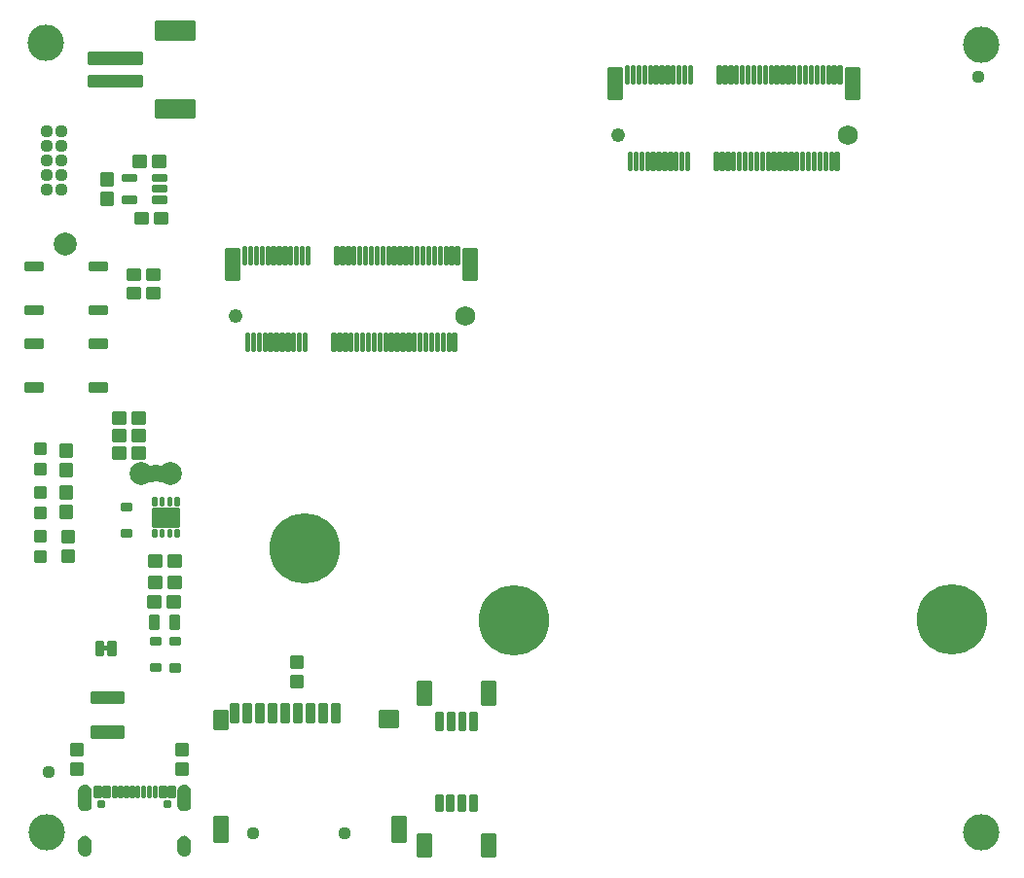
<source format=gts>
G04 EAGLE Gerber RS-274X export*
G75*
%MOMM*%
%FSLAX34Y34*%
%LPD*%
%INSoldermask Top*%
%IPPOS*%
%AMOC8*
5,1,8,0,0,1.08239X$1,22.5*%
G01*
%ADD10C,0.225369*%
%ADD11C,0.225588*%
%ADD12C,6.127000*%
%ADD13C,3.175000*%
%ADD14C,1.227000*%
%ADD15C,1.727000*%
%ADD16C,0.230578*%
%ADD17C,1.127000*%
%ADD18C,0.222250*%
%ADD19C,2.006600*%
%ADD20C,0.225400*%
%ADD21C,0.231559*%
%ADD22C,0.229050*%
%ADD23C,0.777000*%
%ADD24C,0.227100*%
%ADD25C,0.224509*%
%ADD26C,0.228600*%
%ADD27C,0.428259*%
%ADD28C,0.231750*%
%ADD29C,0.223409*%
%ADD30C,0.228344*%

G36*
X146084Y43391D02*
X146084Y43391D01*
X146090Y43397D01*
X146095Y43393D01*
X147325Y43758D01*
X147330Y43765D01*
X147335Y43763D01*
X148454Y44393D01*
X148457Y44400D01*
X148463Y44399D01*
X149413Y45262D01*
X149414Y45270D01*
X149420Y45270D01*
X150154Y46323D01*
X150154Y46331D01*
X150159Y46333D01*
X150641Y47523D01*
X150639Y47528D01*
X150643Y47531D01*
X150642Y47532D01*
X150644Y47533D01*
X150849Y48800D01*
X150846Y48805D01*
X150849Y48808D01*
X150849Y60808D01*
X150846Y60812D01*
X150849Y60815D01*
X150694Y61937D01*
X150689Y61942D01*
X150692Y61946D01*
X150321Y63017D01*
X150315Y63021D01*
X150317Y63026D01*
X149744Y64003D01*
X149738Y64006D01*
X149739Y64011D01*
X148986Y64858D01*
X148979Y64860D01*
X148979Y64865D01*
X148076Y65549D01*
X148069Y65549D01*
X148068Y65554D01*
X147049Y66049D01*
X147042Y66047D01*
X147040Y66052D01*
X145943Y66339D01*
X145937Y66336D01*
X145934Y66340D01*
X144803Y66407D01*
X144797Y66407D01*
X143666Y66340D01*
X143661Y66335D01*
X143657Y66339D01*
X142560Y66052D01*
X142556Y66046D01*
X142551Y66049D01*
X141532Y65554D01*
X141529Y65548D01*
X141524Y65549D01*
X140621Y64865D01*
X140619Y64858D01*
X140614Y64858D01*
X139861Y64011D01*
X139861Y64004D01*
X139856Y64003D01*
X139283Y63026D01*
X139284Y63023D01*
X139283Y63022D01*
X139284Y63021D01*
X139284Y63019D01*
X139279Y63017D01*
X138908Y61946D01*
X138910Y61941D01*
X138907Y61939D01*
X138907Y61938D01*
X138906Y61937D01*
X138751Y60815D01*
X138754Y60810D01*
X138751Y60808D01*
X138751Y48808D01*
X138754Y48803D01*
X138751Y48800D01*
X138956Y47533D01*
X138962Y47527D01*
X138959Y47523D01*
X139441Y46333D01*
X139448Y46329D01*
X139446Y46323D01*
X140180Y45270D01*
X140188Y45268D01*
X140187Y45262D01*
X141137Y44399D01*
X141146Y44398D01*
X141146Y44393D01*
X142265Y43763D01*
X142273Y43764D01*
X142275Y43758D01*
X143505Y43393D01*
X143513Y43396D01*
X143516Y43391D01*
X144797Y43309D01*
X144801Y43312D01*
X144803Y43309D01*
X146084Y43391D01*
G37*
G36*
X59684Y43391D02*
X59684Y43391D01*
X59690Y43397D01*
X59695Y43393D01*
X60925Y43758D01*
X60930Y43765D01*
X60935Y43763D01*
X62054Y44393D01*
X62057Y44400D01*
X62063Y44399D01*
X63013Y45262D01*
X63014Y45270D01*
X63020Y45270D01*
X63754Y46323D01*
X63754Y46331D01*
X63759Y46333D01*
X64241Y47523D01*
X64239Y47528D01*
X64243Y47531D01*
X64242Y47532D01*
X64244Y47533D01*
X64449Y48800D01*
X64446Y48805D01*
X64449Y48808D01*
X64449Y60808D01*
X64446Y60812D01*
X64449Y60815D01*
X64294Y61937D01*
X64289Y61942D01*
X64292Y61946D01*
X63921Y63017D01*
X63915Y63021D01*
X63917Y63026D01*
X63344Y64003D01*
X63338Y64006D01*
X63339Y64011D01*
X62586Y64858D01*
X62579Y64860D01*
X62579Y64865D01*
X61676Y65549D01*
X61669Y65549D01*
X61668Y65554D01*
X60649Y66049D01*
X60642Y66047D01*
X60640Y66052D01*
X59543Y66339D01*
X59537Y66336D01*
X59534Y66340D01*
X58403Y66407D01*
X58397Y66407D01*
X57266Y66340D01*
X57261Y66335D01*
X57257Y66339D01*
X56160Y66052D01*
X56156Y66046D01*
X56151Y66049D01*
X55132Y65554D01*
X55129Y65548D01*
X55124Y65549D01*
X54221Y64865D01*
X54219Y64858D01*
X54214Y64858D01*
X53461Y64011D01*
X53461Y64004D01*
X53456Y64003D01*
X52883Y63026D01*
X52884Y63023D01*
X52883Y63022D01*
X52884Y63021D01*
X52884Y63019D01*
X52879Y63017D01*
X52508Y61946D01*
X52510Y61941D01*
X52507Y61939D01*
X52507Y61938D01*
X52506Y61937D01*
X52351Y60815D01*
X52354Y60810D01*
X52351Y60808D01*
X52351Y48808D01*
X52354Y48803D01*
X52351Y48800D01*
X52556Y47533D01*
X52562Y47527D01*
X52559Y47523D01*
X53041Y46333D01*
X53048Y46329D01*
X53046Y46323D01*
X53780Y45270D01*
X53788Y45268D01*
X53787Y45262D01*
X54737Y44399D01*
X54746Y44398D01*
X54746Y44393D01*
X55865Y43763D01*
X55873Y43764D01*
X55875Y43758D01*
X57105Y43393D01*
X57113Y43396D01*
X57116Y43391D01*
X58397Y43309D01*
X58401Y43312D01*
X58403Y43309D01*
X59684Y43391D01*
G37*
G36*
X145971Y4119D02*
X145971Y4119D01*
X145976Y4124D01*
X145980Y4121D01*
X147103Y4456D01*
X147107Y4462D01*
X147111Y4460D01*
X148147Y5008D01*
X148150Y5014D01*
X148155Y5013D01*
X149063Y5752D01*
X149065Y5759D01*
X149070Y5759D01*
X149817Y6661D01*
X149817Y6669D01*
X149823Y6669D01*
X150379Y7700D01*
X150378Y7707D01*
X150383Y7709D01*
X150727Y8828D01*
X150725Y8835D01*
X150729Y8838D01*
X150849Y10003D01*
X150847Y10006D01*
X150849Y10008D01*
X150849Y16008D01*
X150847Y16011D01*
X150849Y16013D01*
X150738Y17189D01*
X150733Y17194D01*
X150736Y17198D01*
X150398Y18330D01*
X150392Y18334D01*
X150394Y18339D01*
X149842Y19383D01*
X149835Y19386D01*
X149837Y19391D01*
X149091Y20307D01*
X149084Y20308D01*
X149084Y20314D01*
X148175Y21067D01*
X148167Y21067D01*
X148167Y21072D01*
X147127Y21633D01*
X147120Y21632D01*
X147118Y21637D01*
X145989Y21984D01*
X145983Y21982D01*
X145980Y21986D01*
X144805Y22107D01*
X144798Y22103D01*
X144794Y22107D01*
X143454Y21950D01*
X143448Y21945D01*
X143443Y21948D01*
X142172Y21497D01*
X142167Y21490D01*
X142162Y21492D01*
X141023Y20770D01*
X141020Y20762D01*
X141014Y20763D01*
X140064Y19805D01*
X140063Y19797D01*
X140057Y19796D01*
X139344Y18651D01*
X139345Y18643D01*
X139339Y18641D01*
X138899Y17365D01*
X138901Y17358D01*
X138897Y17355D01*
X138751Y16013D01*
X138753Y16010D01*
X138751Y16008D01*
X138751Y10008D01*
X138753Y10005D01*
X138751Y10002D01*
X138906Y8673D01*
X138912Y8667D01*
X138909Y8663D01*
X139356Y7402D01*
X139363Y7397D01*
X139361Y7392D01*
X140078Y6262D01*
X140085Y6259D01*
X140084Y6253D01*
X141035Y5311D01*
X141043Y5310D01*
X141043Y5304D01*
X142179Y4597D01*
X142187Y4598D01*
X142189Y4592D01*
X143454Y4156D01*
X143459Y4157D01*
X143460Y4157D01*
X143463Y4157D01*
X143465Y4153D01*
X144795Y4009D01*
X144801Y4013D01*
X144805Y4009D01*
X145971Y4119D01*
G37*
G36*
X59571Y4119D02*
X59571Y4119D01*
X59576Y4124D01*
X59580Y4121D01*
X60703Y4456D01*
X60707Y4462D01*
X60711Y4460D01*
X61747Y5008D01*
X61750Y5014D01*
X61755Y5013D01*
X62663Y5752D01*
X62665Y5759D01*
X62670Y5759D01*
X63417Y6661D01*
X63417Y6669D01*
X63423Y6669D01*
X63979Y7700D01*
X63978Y7707D01*
X63983Y7709D01*
X64327Y8828D01*
X64325Y8835D01*
X64329Y8838D01*
X64449Y10003D01*
X64447Y10006D01*
X64449Y10008D01*
X64449Y16008D01*
X64447Y16011D01*
X64449Y16013D01*
X64338Y17189D01*
X64333Y17194D01*
X64336Y17198D01*
X63998Y18330D01*
X63992Y18334D01*
X63994Y18339D01*
X63442Y19383D01*
X63435Y19386D01*
X63437Y19391D01*
X62691Y20307D01*
X62684Y20308D01*
X62684Y20314D01*
X61775Y21067D01*
X61767Y21067D01*
X61767Y21072D01*
X60727Y21633D01*
X60720Y21632D01*
X60718Y21637D01*
X59589Y21984D01*
X59583Y21982D01*
X59580Y21986D01*
X58405Y22107D01*
X58398Y22103D01*
X58394Y22107D01*
X57054Y21950D01*
X57048Y21945D01*
X57043Y21948D01*
X55772Y21497D01*
X55767Y21490D01*
X55762Y21492D01*
X54623Y20770D01*
X54620Y20762D01*
X54614Y20763D01*
X53664Y19805D01*
X53663Y19797D01*
X53657Y19796D01*
X52944Y18651D01*
X52945Y18643D01*
X52939Y18641D01*
X52499Y17365D01*
X52501Y17358D01*
X52497Y17355D01*
X52351Y16013D01*
X52353Y16010D01*
X52351Y16008D01*
X52351Y10008D01*
X52353Y10005D01*
X52351Y10002D01*
X52506Y8673D01*
X52512Y8667D01*
X52509Y8663D01*
X52956Y7402D01*
X52963Y7397D01*
X52961Y7392D01*
X53678Y6262D01*
X53685Y6259D01*
X53684Y6253D01*
X54635Y5311D01*
X54643Y5310D01*
X54643Y5304D01*
X55779Y4597D01*
X55787Y4598D01*
X55789Y4592D01*
X57054Y4156D01*
X57059Y4157D01*
X57060Y4157D01*
X57063Y4157D01*
X57065Y4153D01*
X58395Y4009D01*
X58401Y4013D01*
X58405Y4009D01*
X59571Y4119D01*
G37*
G36*
X122112Y330339D02*
X122112Y330339D01*
X122178Y330341D01*
X122221Y330359D01*
X122268Y330367D01*
X122325Y330401D01*
X122385Y330426D01*
X122420Y330457D01*
X122461Y330482D01*
X122503Y330533D01*
X122551Y330577D01*
X122573Y330619D01*
X122602Y330656D01*
X122623Y330718D01*
X122654Y330777D01*
X122662Y330831D01*
X122674Y330868D01*
X122673Y330908D01*
X122681Y330962D01*
X122681Y344170D01*
X122670Y344235D01*
X122668Y344301D01*
X122650Y344344D01*
X122642Y344391D01*
X122608Y344448D01*
X122583Y344508D01*
X122552Y344543D01*
X122527Y344584D01*
X122476Y344626D01*
X122432Y344674D01*
X122390Y344696D01*
X122353Y344725D01*
X122291Y344746D01*
X122232Y344777D01*
X122178Y344785D01*
X122141Y344797D01*
X122101Y344796D01*
X122047Y344804D01*
X118237Y344804D01*
X118172Y344793D01*
X118106Y344791D01*
X118063Y344773D01*
X118016Y344765D01*
X117959Y344731D01*
X117899Y344706D01*
X117864Y344675D01*
X117823Y344650D01*
X117782Y344599D01*
X117733Y344555D01*
X117711Y344513D01*
X117682Y344476D01*
X117661Y344414D01*
X117630Y344355D01*
X117622Y344301D01*
X117610Y344264D01*
X117611Y344224D01*
X117603Y344170D01*
X117603Y330962D01*
X117614Y330897D01*
X117616Y330831D01*
X117634Y330788D01*
X117642Y330741D01*
X117676Y330684D01*
X117701Y330624D01*
X117732Y330589D01*
X117757Y330548D01*
X117808Y330507D01*
X117852Y330458D01*
X117894Y330436D01*
X117931Y330407D01*
X117993Y330386D01*
X118052Y330355D01*
X118106Y330347D01*
X118143Y330335D01*
X118183Y330336D01*
X118237Y330328D01*
X122047Y330328D01*
X122112Y330339D01*
G37*
G36*
X78170Y183527D02*
X78170Y183527D01*
X78236Y183529D01*
X78279Y183547D01*
X78326Y183555D01*
X78383Y183589D01*
X78443Y183614D01*
X78478Y183645D01*
X78519Y183670D01*
X78561Y183721D01*
X78609Y183765D01*
X78631Y183807D01*
X78660Y183844D01*
X78681Y183906D01*
X78712Y183965D01*
X78720Y184019D01*
X78732Y184056D01*
X78731Y184096D01*
X78739Y184150D01*
X78739Y186690D01*
X78728Y186755D01*
X78726Y186821D01*
X78708Y186864D01*
X78700Y186911D01*
X78666Y186968D01*
X78641Y187028D01*
X78610Y187063D01*
X78585Y187104D01*
X78534Y187146D01*
X78490Y187194D01*
X78448Y187216D01*
X78411Y187245D01*
X78349Y187266D01*
X78290Y187297D01*
X78236Y187305D01*
X78199Y187317D01*
X78159Y187316D01*
X78105Y187324D01*
X74295Y187324D01*
X74230Y187313D01*
X74164Y187311D01*
X74121Y187293D01*
X74074Y187285D01*
X74017Y187251D01*
X73957Y187226D01*
X73922Y187195D01*
X73881Y187170D01*
X73840Y187119D01*
X73791Y187075D01*
X73769Y187033D01*
X73740Y186996D01*
X73719Y186934D01*
X73688Y186875D01*
X73680Y186821D01*
X73668Y186784D01*
X73668Y186781D01*
X73669Y186744D01*
X73661Y186690D01*
X73661Y184150D01*
X73672Y184085D01*
X73674Y184019D01*
X73692Y183976D01*
X73700Y183929D01*
X73734Y183872D01*
X73759Y183812D01*
X73790Y183777D01*
X73815Y183736D01*
X73866Y183695D01*
X73910Y183646D01*
X73952Y183624D01*
X73989Y183595D01*
X74051Y183574D01*
X74110Y183543D01*
X74164Y183535D01*
X74201Y183523D01*
X74241Y183524D01*
X74295Y183516D01*
X78105Y183516D01*
X78170Y183527D01*
G37*
D10*
X368728Y114792D02*
X363712Y114792D01*
X363712Y129308D01*
X368728Y129308D01*
X368728Y114792D01*
X368728Y116933D02*
X363712Y116933D01*
X363712Y119074D02*
X368728Y119074D01*
X368728Y121215D02*
X363712Y121215D01*
X363712Y123356D02*
X368728Y123356D01*
X368728Y125497D02*
X363712Y125497D01*
X363712Y127638D02*
X368728Y127638D01*
X373712Y114792D02*
X378728Y114792D01*
X373712Y114792D02*
X373712Y129308D01*
X378728Y129308D01*
X378728Y114792D01*
X378728Y116933D02*
X373712Y116933D01*
X373712Y119074D02*
X378728Y119074D01*
X378728Y121215D02*
X373712Y121215D01*
X373712Y123356D02*
X378728Y123356D01*
X378728Y125497D02*
X373712Y125497D01*
X373712Y127638D02*
X378728Y127638D01*
X383712Y114792D02*
X388728Y114792D01*
X383712Y114792D02*
X383712Y129308D01*
X388728Y129308D01*
X388728Y114792D01*
X388728Y116933D02*
X383712Y116933D01*
X383712Y119074D02*
X388728Y119074D01*
X388728Y121215D02*
X383712Y121215D01*
X383712Y123356D02*
X388728Y123356D01*
X388728Y125497D02*
X383712Y125497D01*
X383712Y127638D02*
X388728Y127638D01*
X393712Y114792D02*
X398728Y114792D01*
X393712Y114792D02*
X393712Y129308D01*
X398728Y129308D01*
X398728Y114792D01*
X398728Y116933D02*
X393712Y116933D01*
X393712Y119074D02*
X398728Y119074D01*
X398728Y121215D02*
X393712Y121215D01*
X393712Y123356D02*
X398728Y123356D01*
X398728Y125497D02*
X393712Y125497D01*
X393712Y127638D02*
X398728Y127638D01*
D11*
X358727Y136793D02*
X347713Y136793D01*
X347713Y155807D01*
X358727Y155807D01*
X358727Y136793D01*
X358727Y138936D02*
X347713Y138936D01*
X347713Y141079D02*
X358727Y141079D01*
X358727Y143222D02*
X347713Y143222D01*
X347713Y145365D02*
X358727Y145365D01*
X358727Y147508D02*
X347713Y147508D01*
X347713Y149651D02*
X358727Y149651D01*
X358727Y151794D02*
X347713Y151794D01*
X347713Y153937D02*
X358727Y153937D01*
X403713Y136793D02*
X414727Y136793D01*
X403713Y136793D02*
X403713Y155807D01*
X414727Y155807D01*
X414727Y136793D01*
X414727Y138936D02*
X403713Y138936D01*
X403713Y141079D02*
X414727Y141079D01*
X414727Y143222D02*
X403713Y143222D01*
X403713Y145365D02*
X414727Y145365D01*
X414727Y147508D02*
X403713Y147508D01*
X403713Y149651D02*
X414727Y149651D01*
X414727Y151794D02*
X403713Y151794D01*
X403713Y153937D02*
X414727Y153937D01*
X358507Y4543D02*
X347493Y4543D01*
X347493Y23557D01*
X358507Y23557D01*
X358507Y4543D01*
X358507Y6686D02*
X347493Y6686D01*
X347493Y8829D02*
X358507Y8829D01*
X358507Y10972D02*
X347493Y10972D01*
X347493Y13115D02*
X358507Y13115D01*
X358507Y15258D02*
X347493Y15258D01*
X347493Y17401D02*
X358507Y17401D01*
X358507Y19544D02*
X347493Y19544D01*
X347493Y21687D02*
X358507Y21687D01*
X403493Y4543D02*
X414507Y4543D01*
X403493Y4543D02*
X403493Y23557D01*
X414507Y23557D01*
X414507Y4543D01*
X414507Y6686D02*
X403493Y6686D01*
X403493Y8829D02*
X414507Y8829D01*
X414507Y10972D02*
X403493Y10972D01*
X403493Y13115D02*
X414507Y13115D01*
X414507Y15258D02*
X403493Y15258D01*
X403493Y17401D02*
X414507Y17401D01*
X414507Y19544D02*
X403493Y19544D01*
X403493Y21687D02*
X414507Y21687D01*
D10*
X368508Y44542D02*
X363492Y44542D01*
X363492Y57058D01*
X368508Y57058D01*
X368508Y44542D01*
X368508Y46683D02*
X363492Y46683D01*
X363492Y48824D02*
X368508Y48824D01*
X368508Y50965D02*
X363492Y50965D01*
X363492Y53106D02*
X368508Y53106D01*
X368508Y55247D02*
X363492Y55247D01*
X373492Y44542D02*
X378508Y44542D01*
X373492Y44542D02*
X373492Y57058D01*
X378508Y57058D01*
X378508Y44542D01*
X378508Y46683D02*
X373492Y46683D01*
X373492Y48824D02*
X378508Y48824D01*
X378508Y50965D02*
X373492Y50965D01*
X373492Y53106D02*
X378508Y53106D01*
X378508Y55247D02*
X373492Y55247D01*
X383492Y44542D02*
X388508Y44542D01*
X383492Y44542D02*
X383492Y57058D01*
X388508Y57058D01*
X388508Y44542D01*
X388508Y46683D02*
X383492Y46683D01*
X383492Y48824D02*
X388508Y48824D01*
X388508Y50965D02*
X383492Y50965D01*
X383492Y53106D02*
X388508Y53106D01*
X388508Y55247D02*
X383492Y55247D01*
X393492Y44542D02*
X398508Y44542D01*
X393492Y44542D02*
X393492Y57058D01*
X398508Y57058D01*
X398508Y44542D01*
X398508Y46683D02*
X393492Y46683D01*
X393492Y48824D02*
X398508Y48824D01*
X398508Y50965D02*
X393492Y50965D01*
X393492Y53106D02*
X398508Y53106D01*
X398508Y55247D02*
X393492Y55247D01*
D12*
X812800Y210058D03*
X249682Y272542D03*
D13*
X24130Y712470D03*
X838200Y711200D03*
X838200Y25400D03*
X25400Y25400D03*
D14*
X189560Y474980D03*
D15*
X389560Y474980D03*
D16*
X198042Y520498D02*
X196078Y520498D01*
X196078Y534962D01*
X198042Y534962D01*
X198042Y520498D01*
X198042Y522689D02*
X196078Y522689D01*
X196078Y524880D02*
X198042Y524880D01*
X198042Y527071D02*
X196078Y527071D01*
X196078Y529262D02*
X198042Y529262D01*
X198042Y531453D02*
X196078Y531453D01*
X196078Y533644D02*
X198042Y533644D01*
D11*
X191567Y506723D02*
X180553Y506723D01*
X180553Y533237D01*
X191567Y533237D01*
X191567Y506723D01*
X191567Y508866D02*
X180553Y508866D01*
X180553Y511009D02*
X191567Y511009D01*
X191567Y513152D02*
X180553Y513152D01*
X180553Y515295D02*
X191567Y515295D01*
X191567Y517438D02*
X180553Y517438D01*
X180553Y519581D02*
X191567Y519581D01*
X191567Y521724D02*
X180553Y521724D01*
X180553Y523867D02*
X191567Y523867D01*
X191567Y526010D02*
X180553Y526010D01*
X180553Y528153D02*
X191567Y528153D01*
X191567Y530296D02*
X180553Y530296D01*
X180553Y532439D02*
X191567Y532439D01*
X387553Y506723D02*
X398567Y506723D01*
X387553Y506723D02*
X387553Y533237D01*
X398567Y533237D01*
X398567Y506723D01*
X398567Y508866D02*
X387553Y508866D01*
X387553Y511009D02*
X398567Y511009D01*
X398567Y513152D02*
X387553Y513152D01*
X387553Y515295D02*
X398567Y515295D01*
X398567Y517438D02*
X387553Y517438D01*
X387553Y519581D02*
X398567Y519581D01*
X398567Y521724D02*
X387553Y521724D01*
X387553Y523867D02*
X398567Y523867D01*
X398567Y526010D02*
X387553Y526010D01*
X387553Y528153D02*
X398567Y528153D01*
X398567Y530296D02*
X387553Y530296D01*
X387553Y532439D02*
X398567Y532439D01*
D16*
X200542Y444998D02*
X198578Y444998D01*
X198578Y459462D01*
X200542Y459462D01*
X200542Y444998D01*
X200542Y447189D02*
X198578Y447189D01*
X198578Y449380D02*
X200542Y449380D01*
X200542Y451571D02*
X198578Y451571D01*
X198578Y453762D02*
X200542Y453762D01*
X200542Y455953D02*
X198578Y455953D01*
X198578Y458144D02*
X200542Y458144D01*
X201078Y520498D02*
X203042Y520498D01*
X201078Y520498D02*
X201078Y534962D01*
X203042Y534962D01*
X203042Y520498D01*
X203042Y522689D02*
X201078Y522689D01*
X201078Y524880D02*
X203042Y524880D01*
X203042Y527071D02*
X201078Y527071D01*
X201078Y529262D02*
X203042Y529262D01*
X203042Y531453D02*
X201078Y531453D01*
X201078Y533644D02*
X203042Y533644D01*
X203578Y444998D02*
X205542Y444998D01*
X203578Y444998D02*
X203578Y459462D01*
X205542Y459462D01*
X205542Y444998D01*
X205542Y447189D02*
X203578Y447189D01*
X203578Y449380D02*
X205542Y449380D01*
X205542Y451571D02*
X203578Y451571D01*
X203578Y453762D02*
X205542Y453762D01*
X205542Y455953D02*
X203578Y455953D01*
X203578Y458144D02*
X205542Y458144D01*
X206078Y520498D02*
X208042Y520498D01*
X206078Y520498D02*
X206078Y534962D01*
X208042Y534962D01*
X208042Y520498D01*
X208042Y522689D02*
X206078Y522689D01*
X206078Y524880D02*
X208042Y524880D01*
X208042Y527071D02*
X206078Y527071D01*
X206078Y529262D02*
X208042Y529262D01*
X208042Y531453D02*
X206078Y531453D01*
X206078Y533644D02*
X208042Y533644D01*
X208578Y444998D02*
X210542Y444998D01*
X208578Y444998D02*
X208578Y459462D01*
X210542Y459462D01*
X210542Y444998D01*
X210542Y447189D02*
X208578Y447189D01*
X208578Y449380D02*
X210542Y449380D01*
X210542Y451571D02*
X208578Y451571D01*
X208578Y453762D02*
X210542Y453762D01*
X210542Y455953D02*
X208578Y455953D01*
X208578Y458144D02*
X210542Y458144D01*
X211078Y520498D02*
X213042Y520498D01*
X211078Y520498D02*
X211078Y534962D01*
X213042Y534962D01*
X213042Y520498D01*
X213042Y522689D02*
X211078Y522689D01*
X211078Y524880D02*
X213042Y524880D01*
X213042Y527071D02*
X211078Y527071D01*
X211078Y529262D02*
X213042Y529262D01*
X213042Y531453D02*
X211078Y531453D01*
X211078Y533644D02*
X213042Y533644D01*
X213578Y444998D02*
X215542Y444998D01*
X213578Y444998D02*
X213578Y459462D01*
X215542Y459462D01*
X215542Y444998D01*
X215542Y447189D02*
X213578Y447189D01*
X213578Y449380D02*
X215542Y449380D01*
X215542Y451571D02*
X213578Y451571D01*
X213578Y453762D02*
X215542Y453762D01*
X215542Y455953D02*
X213578Y455953D01*
X213578Y458144D02*
X215542Y458144D01*
X216078Y520498D02*
X218042Y520498D01*
X216078Y520498D02*
X216078Y534962D01*
X218042Y534962D01*
X218042Y520498D01*
X218042Y522689D02*
X216078Y522689D01*
X216078Y524880D02*
X218042Y524880D01*
X218042Y527071D02*
X216078Y527071D01*
X216078Y529262D02*
X218042Y529262D01*
X218042Y531453D02*
X216078Y531453D01*
X216078Y533644D02*
X218042Y533644D01*
X218578Y444998D02*
X220542Y444998D01*
X218578Y444998D02*
X218578Y459462D01*
X220542Y459462D01*
X220542Y444998D01*
X220542Y447189D02*
X218578Y447189D01*
X218578Y449380D02*
X220542Y449380D01*
X220542Y451571D02*
X218578Y451571D01*
X218578Y453762D02*
X220542Y453762D01*
X220542Y455953D02*
X218578Y455953D01*
X218578Y458144D02*
X220542Y458144D01*
X221078Y520498D02*
X223042Y520498D01*
X221078Y520498D02*
X221078Y534962D01*
X223042Y534962D01*
X223042Y520498D01*
X223042Y522689D02*
X221078Y522689D01*
X221078Y524880D02*
X223042Y524880D01*
X223042Y527071D02*
X221078Y527071D01*
X221078Y529262D02*
X223042Y529262D01*
X223042Y531453D02*
X221078Y531453D01*
X221078Y533644D02*
X223042Y533644D01*
X223578Y444998D02*
X225542Y444998D01*
X223578Y444998D02*
X223578Y459462D01*
X225542Y459462D01*
X225542Y444998D01*
X225542Y447189D02*
X223578Y447189D01*
X223578Y449380D02*
X225542Y449380D01*
X225542Y451571D02*
X223578Y451571D01*
X223578Y453762D02*
X225542Y453762D01*
X225542Y455953D02*
X223578Y455953D01*
X223578Y458144D02*
X225542Y458144D01*
X226078Y520498D02*
X228042Y520498D01*
X226078Y520498D02*
X226078Y534962D01*
X228042Y534962D01*
X228042Y520498D01*
X228042Y522689D02*
X226078Y522689D01*
X226078Y524880D02*
X228042Y524880D01*
X228042Y527071D02*
X226078Y527071D01*
X226078Y529262D02*
X228042Y529262D01*
X228042Y531453D02*
X226078Y531453D01*
X226078Y533644D02*
X228042Y533644D01*
X228578Y444998D02*
X230542Y444998D01*
X228578Y444998D02*
X228578Y459462D01*
X230542Y459462D01*
X230542Y444998D01*
X230542Y447189D02*
X228578Y447189D01*
X228578Y449380D02*
X230542Y449380D01*
X230542Y451571D02*
X228578Y451571D01*
X228578Y453762D02*
X230542Y453762D01*
X230542Y455953D02*
X228578Y455953D01*
X228578Y458144D02*
X230542Y458144D01*
X231078Y520498D02*
X233042Y520498D01*
X231078Y520498D02*
X231078Y534962D01*
X233042Y534962D01*
X233042Y520498D01*
X233042Y522689D02*
X231078Y522689D01*
X231078Y524880D02*
X233042Y524880D01*
X233042Y527071D02*
X231078Y527071D01*
X231078Y529262D02*
X233042Y529262D01*
X233042Y531453D02*
X231078Y531453D01*
X231078Y533644D02*
X233042Y533644D01*
X233578Y444998D02*
X235542Y444998D01*
X233578Y444998D02*
X233578Y459462D01*
X235542Y459462D01*
X235542Y444998D01*
X235542Y447189D02*
X233578Y447189D01*
X233578Y449380D02*
X235542Y449380D01*
X235542Y451571D02*
X233578Y451571D01*
X233578Y453762D02*
X235542Y453762D01*
X235542Y455953D02*
X233578Y455953D01*
X233578Y458144D02*
X235542Y458144D01*
X236078Y520498D02*
X238042Y520498D01*
X236078Y520498D02*
X236078Y534962D01*
X238042Y534962D01*
X238042Y520498D01*
X238042Y522689D02*
X236078Y522689D01*
X236078Y524880D02*
X238042Y524880D01*
X238042Y527071D02*
X236078Y527071D01*
X236078Y529262D02*
X238042Y529262D01*
X238042Y531453D02*
X236078Y531453D01*
X236078Y533644D02*
X238042Y533644D01*
X238578Y444998D02*
X240542Y444998D01*
X238578Y444998D02*
X238578Y459462D01*
X240542Y459462D01*
X240542Y444998D01*
X240542Y447189D02*
X238578Y447189D01*
X238578Y449380D02*
X240542Y449380D01*
X240542Y451571D02*
X238578Y451571D01*
X238578Y453762D02*
X240542Y453762D01*
X240542Y455953D02*
X238578Y455953D01*
X238578Y458144D02*
X240542Y458144D01*
X241078Y520498D02*
X243042Y520498D01*
X241078Y520498D02*
X241078Y534962D01*
X243042Y534962D01*
X243042Y520498D01*
X243042Y522689D02*
X241078Y522689D01*
X241078Y524880D02*
X243042Y524880D01*
X243042Y527071D02*
X241078Y527071D01*
X241078Y529262D02*
X243042Y529262D01*
X243042Y531453D02*
X241078Y531453D01*
X241078Y533644D02*
X243042Y533644D01*
X243578Y444998D02*
X245542Y444998D01*
X243578Y444998D02*
X243578Y459462D01*
X245542Y459462D01*
X245542Y444998D01*
X245542Y447189D02*
X243578Y447189D01*
X243578Y449380D02*
X245542Y449380D01*
X245542Y451571D02*
X243578Y451571D01*
X243578Y453762D02*
X245542Y453762D01*
X245542Y455953D02*
X243578Y455953D01*
X243578Y458144D02*
X245542Y458144D01*
X246078Y520498D02*
X248042Y520498D01*
X246078Y520498D02*
X246078Y534962D01*
X248042Y534962D01*
X248042Y520498D01*
X248042Y522689D02*
X246078Y522689D01*
X246078Y524880D02*
X248042Y524880D01*
X248042Y527071D02*
X246078Y527071D01*
X246078Y529262D02*
X248042Y529262D01*
X248042Y531453D02*
X246078Y531453D01*
X246078Y533644D02*
X248042Y533644D01*
X248578Y444998D02*
X250542Y444998D01*
X248578Y444998D02*
X248578Y459462D01*
X250542Y459462D01*
X250542Y444998D01*
X250542Y447189D02*
X248578Y447189D01*
X248578Y449380D02*
X250542Y449380D01*
X250542Y451571D02*
X248578Y451571D01*
X248578Y453762D02*
X250542Y453762D01*
X250542Y455953D02*
X248578Y455953D01*
X248578Y458144D02*
X250542Y458144D01*
X251078Y520498D02*
X253042Y520498D01*
X251078Y520498D02*
X251078Y534962D01*
X253042Y534962D01*
X253042Y520498D01*
X253042Y522689D02*
X251078Y522689D01*
X251078Y524880D02*
X253042Y524880D01*
X253042Y527071D02*
X251078Y527071D01*
X251078Y529262D02*
X253042Y529262D01*
X253042Y531453D02*
X251078Y531453D01*
X251078Y533644D02*
X253042Y533644D01*
X273578Y444998D02*
X275542Y444998D01*
X273578Y444998D02*
X273578Y459462D01*
X275542Y459462D01*
X275542Y444998D01*
X275542Y447189D02*
X273578Y447189D01*
X273578Y449380D02*
X275542Y449380D01*
X275542Y451571D02*
X273578Y451571D01*
X273578Y453762D02*
X275542Y453762D01*
X275542Y455953D02*
X273578Y455953D01*
X273578Y458144D02*
X275542Y458144D01*
X276078Y520498D02*
X278042Y520498D01*
X276078Y520498D02*
X276078Y534962D01*
X278042Y534962D01*
X278042Y520498D01*
X278042Y522689D02*
X276078Y522689D01*
X276078Y524880D02*
X278042Y524880D01*
X278042Y527071D02*
X276078Y527071D01*
X276078Y529262D02*
X278042Y529262D01*
X278042Y531453D02*
X276078Y531453D01*
X276078Y533644D02*
X278042Y533644D01*
X278578Y444998D02*
X280542Y444998D01*
X278578Y444998D02*
X278578Y459462D01*
X280542Y459462D01*
X280542Y444998D01*
X280542Y447189D02*
X278578Y447189D01*
X278578Y449380D02*
X280542Y449380D01*
X280542Y451571D02*
X278578Y451571D01*
X278578Y453762D02*
X280542Y453762D01*
X280542Y455953D02*
X278578Y455953D01*
X278578Y458144D02*
X280542Y458144D01*
X281078Y520498D02*
X283042Y520498D01*
X281078Y520498D02*
X281078Y534962D01*
X283042Y534962D01*
X283042Y520498D01*
X283042Y522689D02*
X281078Y522689D01*
X281078Y524880D02*
X283042Y524880D01*
X283042Y527071D02*
X281078Y527071D01*
X281078Y529262D02*
X283042Y529262D01*
X283042Y531453D02*
X281078Y531453D01*
X281078Y533644D02*
X283042Y533644D01*
X283578Y444998D02*
X285542Y444998D01*
X283578Y444998D02*
X283578Y459462D01*
X285542Y459462D01*
X285542Y444998D01*
X285542Y447189D02*
X283578Y447189D01*
X283578Y449380D02*
X285542Y449380D01*
X285542Y451571D02*
X283578Y451571D01*
X283578Y453762D02*
X285542Y453762D01*
X285542Y455953D02*
X283578Y455953D01*
X283578Y458144D02*
X285542Y458144D01*
X286078Y520498D02*
X288042Y520498D01*
X286078Y520498D02*
X286078Y534962D01*
X288042Y534962D01*
X288042Y520498D01*
X288042Y522689D02*
X286078Y522689D01*
X286078Y524880D02*
X288042Y524880D01*
X288042Y527071D02*
X286078Y527071D01*
X286078Y529262D02*
X288042Y529262D01*
X288042Y531453D02*
X286078Y531453D01*
X286078Y533644D02*
X288042Y533644D01*
X288578Y444998D02*
X290542Y444998D01*
X288578Y444998D02*
X288578Y459462D01*
X290542Y459462D01*
X290542Y444998D01*
X290542Y447189D02*
X288578Y447189D01*
X288578Y449380D02*
X290542Y449380D01*
X290542Y451571D02*
X288578Y451571D01*
X288578Y453762D02*
X290542Y453762D01*
X290542Y455953D02*
X288578Y455953D01*
X288578Y458144D02*
X290542Y458144D01*
X291078Y520498D02*
X293042Y520498D01*
X291078Y520498D02*
X291078Y534962D01*
X293042Y534962D01*
X293042Y520498D01*
X293042Y522689D02*
X291078Y522689D01*
X291078Y524880D02*
X293042Y524880D01*
X293042Y527071D02*
X291078Y527071D01*
X291078Y529262D02*
X293042Y529262D01*
X293042Y531453D02*
X291078Y531453D01*
X291078Y533644D02*
X293042Y533644D01*
X293578Y444998D02*
X295542Y444998D01*
X293578Y444998D02*
X293578Y459462D01*
X295542Y459462D01*
X295542Y444998D01*
X295542Y447189D02*
X293578Y447189D01*
X293578Y449380D02*
X295542Y449380D01*
X295542Y451571D02*
X293578Y451571D01*
X293578Y453762D02*
X295542Y453762D01*
X295542Y455953D02*
X293578Y455953D01*
X293578Y458144D02*
X295542Y458144D01*
X296078Y520498D02*
X298042Y520498D01*
X296078Y520498D02*
X296078Y534962D01*
X298042Y534962D01*
X298042Y520498D01*
X298042Y522689D02*
X296078Y522689D01*
X296078Y524880D02*
X298042Y524880D01*
X298042Y527071D02*
X296078Y527071D01*
X296078Y529262D02*
X298042Y529262D01*
X298042Y531453D02*
X296078Y531453D01*
X296078Y533644D02*
X298042Y533644D01*
X298578Y444998D02*
X300542Y444998D01*
X298578Y444998D02*
X298578Y459462D01*
X300542Y459462D01*
X300542Y444998D01*
X300542Y447189D02*
X298578Y447189D01*
X298578Y449380D02*
X300542Y449380D01*
X300542Y451571D02*
X298578Y451571D01*
X298578Y453762D02*
X300542Y453762D01*
X300542Y455953D02*
X298578Y455953D01*
X298578Y458144D02*
X300542Y458144D01*
X301078Y520498D02*
X303042Y520498D01*
X301078Y520498D02*
X301078Y534962D01*
X303042Y534962D01*
X303042Y520498D01*
X303042Y522689D02*
X301078Y522689D01*
X301078Y524880D02*
X303042Y524880D01*
X303042Y527071D02*
X301078Y527071D01*
X301078Y529262D02*
X303042Y529262D01*
X303042Y531453D02*
X301078Y531453D01*
X301078Y533644D02*
X303042Y533644D01*
X303578Y444998D02*
X305542Y444998D01*
X303578Y444998D02*
X303578Y459462D01*
X305542Y459462D01*
X305542Y444998D01*
X305542Y447189D02*
X303578Y447189D01*
X303578Y449380D02*
X305542Y449380D01*
X305542Y451571D02*
X303578Y451571D01*
X303578Y453762D02*
X305542Y453762D01*
X305542Y455953D02*
X303578Y455953D01*
X303578Y458144D02*
X305542Y458144D01*
X306078Y520498D02*
X308042Y520498D01*
X306078Y520498D02*
X306078Y534962D01*
X308042Y534962D01*
X308042Y520498D01*
X308042Y522689D02*
X306078Y522689D01*
X306078Y524880D02*
X308042Y524880D01*
X308042Y527071D02*
X306078Y527071D01*
X306078Y529262D02*
X308042Y529262D01*
X308042Y531453D02*
X306078Y531453D01*
X306078Y533644D02*
X308042Y533644D01*
X308578Y444998D02*
X310542Y444998D01*
X308578Y444998D02*
X308578Y459462D01*
X310542Y459462D01*
X310542Y444998D01*
X310542Y447189D02*
X308578Y447189D01*
X308578Y449380D02*
X310542Y449380D01*
X310542Y451571D02*
X308578Y451571D01*
X308578Y453762D02*
X310542Y453762D01*
X310542Y455953D02*
X308578Y455953D01*
X308578Y458144D02*
X310542Y458144D01*
X311078Y520498D02*
X313042Y520498D01*
X311078Y520498D02*
X311078Y534962D01*
X313042Y534962D01*
X313042Y520498D01*
X313042Y522689D02*
X311078Y522689D01*
X311078Y524880D02*
X313042Y524880D01*
X313042Y527071D02*
X311078Y527071D01*
X311078Y529262D02*
X313042Y529262D01*
X313042Y531453D02*
X311078Y531453D01*
X311078Y533644D02*
X313042Y533644D01*
X313578Y444998D02*
X315542Y444998D01*
X313578Y444998D02*
X313578Y459462D01*
X315542Y459462D01*
X315542Y444998D01*
X315542Y447189D02*
X313578Y447189D01*
X313578Y449380D02*
X315542Y449380D01*
X315542Y451571D02*
X313578Y451571D01*
X313578Y453762D02*
X315542Y453762D01*
X315542Y455953D02*
X313578Y455953D01*
X313578Y458144D02*
X315542Y458144D01*
X316078Y520498D02*
X318042Y520498D01*
X316078Y520498D02*
X316078Y534962D01*
X318042Y534962D01*
X318042Y520498D01*
X318042Y522689D02*
X316078Y522689D01*
X316078Y524880D02*
X318042Y524880D01*
X318042Y527071D02*
X316078Y527071D01*
X316078Y529262D02*
X318042Y529262D01*
X318042Y531453D02*
X316078Y531453D01*
X316078Y533644D02*
X318042Y533644D01*
X318578Y444998D02*
X320542Y444998D01*
X318578Y444998D02*
X318578Y459462D01*
X320542Y459462D01*
X320542Y444998D01*
X320542Y447189D02*
X318578Y447189D01*
X318578Y449380D02*
X320542Y449380D01*
X320542Y451571D02*
X318578Y451571D01*
X318578Y453762D02*
X320542Y453762D01*
X320542Y455953D02*
X318578Y455953D01*
X318578Y458144D02*
X320542Y458144D01*
X321078Y520498D02*
X323042Y520498D01*
X321078Y520498D02*
X321078Y534962D01*
X323042Y534962D01*
X323042Y520498D01*
X323042Y522689D02*
X321078Y522689D01*
X321078Y524880D02*
X323042Y524880D01*
X323042Y527071D02*
X321078Y527071D01*
X321078Y529262D02*
X323042Y529262D01*
X323042Y531453D02*
X321078Y531453D01*
X321078Y533644D02*
X323042Y533644D01*
X323578Y444998D02*
X325542Y444998D01*
X323578Y444998D02*
X323578Y459462D01*
X325542Y459462D01*
X325542Y444998D01*
X325542Y447189D02*
X323578Y447189D01*
X323578Y449380D02*
X325542Y449380D01*
X325542Y451571D02*
X323578Y451571D01*
X323578Y453762D02*
X325542Y453762D01*
X325542Y455953D02*
X323578Y455953D01*
X323578Y458144D02*
X325542Y458144D01*
X326078Y520498D02*
X328042Y520498D01*
X326078Y520498D02*
X326078Y534962D01*
X328042Y534962D01*
X328042Y520498D01*
X328042Y522689D02*
X326078Y522689D01*
X326078Y524880D02*
X328042Y524880D01*
X328042Y527071D02*
X326078Y527071D01*
X326078Y529262D02*
X328042Y529262D01*
X328042Y531453D02*
X326078Y531453D01*
X326078Y533644D02*
X328042Y533644D01*
X328578Y444998D02*
X330542Y444998D01*
X328578Y444998D02*
X328578Y459462D01*
X330542Y459462D01*
X330542Y444998D01*
X330542Y447189D02*
X328578Y447189D01*
X328578Y449380D02*
X330542Y449380D01*
X330542Y451571D02*
X328578Y451571D01*
X328578Y453762D02*
X330542Y453762D01*
X330542Y455953D02*
X328578Y455953D01*
X328578Y458144D02*
X330542Y458144D01*
X331078Y520498D02*
X333042Y520498D01*
X331078Y520498D02*
X331078Y534962D01*
X333042Y534962D01*
X333042Y520498D01*
X333042Y522689D02*
X331078Y522689D01*
X331078Y524880D02*
X333042Y524880D01*
X333042Y527071D02*
X331078Y527071D01*
X331078Y529262D02*
X333042Y529262D01*
X333042Y531453D02*
X331078Y531453D01*
X331078Y533644D02*
X333042Y533644D01*
X333578Y444998D02*
X335542Y444998D01*
X333578Y444998D02*
X333578Y459462D01*
X335542Y459462D01*
X335542Y444998D01*
X335542Y447189D02*
X333578Y447189D01*
X333578Y449380D02*
X335542Y449380D01*
X335542Y451571D02*
X333578Y451571D01*
X333578Y453762D02*
X335542Y453762D01*
X335542Y455953D02*
X333578Y455953D01*
X333578Y458144D02*
X335542Y458144D01*
X336078Y520498D02*
X338042Y520498D01*
X336078Y520498D02*
X336078Y534962D01*
X338042Y534962D01*
X338042Y520498D01*
X338042Y522689D02*
X336078Y522689D01*
X336078Y524880D02*
X338042Y524880D01*
X338042Y527071D02*
X336078Y527071D01*
X336078Y529262D02*
X338042Y529262D01*
X338042Y531453D02*
X336078Y531453D01*
X336078Y533644D02*
X338042Y533644D01*
X338578Y444998D02*
X340542Y444998D01*
X338578Y444998D02*
X338578Y459462D01*
X340542Y459462D01*
X340542Y444998D01*
X340542Y447189D02*
X338578Y447189D01*
X338578Y449380D02*
X340542Y449380D01*
X340542Y451571D02*
X338578Y451571D01*
X338578Y453762D02*
X340542Y453762D01*
X340542Y455953D02*
X338578Y455953D01*
X338578Y458144D02*
X340542Y458144D01*
X341078Y520498D02*
X343042Y520498D01*
X341078Y520498D02*
X341078Y534962D01*
X343042Y534962D01*
X343042Y520498D01*
X343042Y522689D02*
X341078Y522689D01*
X341078Y524880D02*
X343042Y524880D01*
X343042Y527071D02*
X341078Y527071D01*
X341078Y529262D02*
X343042Y529262D01*
X343042Y531453D02*
X341078Y531453D01*
X341078Y533644D02*
X343042Y533644D01*
X343578Y444998D02*
X345542Y444998D01*
X343578Y444998D02*
X343578Y459462D01*
X345542Y459462D01*
X345542Y444998D01*
X345542Y447189D02*
X343578Y447189D01*
X343578Y449380D02*
X345542Y449380D01*
X345542Y451571D02*
X343578Y451571D01*
X343578Y453762D02*
X345542Y453762D01*
X345542Y455953D02*
X343578Y455953D01*
X343578Y458144D02*
X345542Y458144D01*
X346078Y520498D02*
X348042Y520498D01*
X346078Y520498D02*
X346078Y534962D01*
X348042Y534962D01*
X348042Y520498D01*
X348042Y522689D02*
X346078Y522689D01*
X346078Y524880D02*
X348042Y524880D01*
X348042Y527071D02*
X346078Y527071D01*
X346078Y529262D02*
X348042Y529262D01*
X348042Y531453D02*
X346078Y531453D01*
X346078Y533644D02*
X348042Y533644D01*
X348578Y444998D02*
X350542Y444998D01*
X348578Y444998D02*
X348578Y459462D01*
X350542Y459462D01*
X350542Y444998D01*
X350542Y447189D02*
X348578Y447189D01*
X348578Y449380D02*
X350542Y449380D01*
X350542Y451571D02*
X348578Y451571D01*
X348578Y453762D02*
X350542Y453762D01*
X350542Y455953D02*
X348578Y455953D01*
X348578Y458144D02*
X350542Y458144D01*
X351078Y520498D02*
X353042Y520498D01*
X351078Y520498D02*
X351078Y534962D01*
X353042Y534962D01*
X353042Y520498D01*
X353042Y522689D02*
X351078Y522689D01*
X351078Y524880D02*
X353042Y524880D01*
X353042Y527071D02*
X351078Y527071D01*
X351078Y529262D02*
X353042Y529262D01*
X353042Y531453D02*
X351078Y531453D01*
X351078Y533644D02*
X353042Y533644D01*
X353578Y444998D02*
X355542Y444998D01*
X353578Y444998D02*
X353578Y459462D01*
X355542Y459462D01*
X355542Y444998D01*
X355542Y447189D02*
X353578Y447189D01*
X353578Y449380D02*
X355542Y449380D01*
X355542Y451571D02*
X353578Y451571D01*
X353578Y453762D02*
X355542Y453762D01*
X355542Y455953D02*
X353578Y455953D01*
X353578Y458144D02*
X355542Y458144D01*
X356078Y520498D02*
X358042Y520498D01*
X356078Y520498D02*
X356078Y534962D01*
X358042Y534962D01*
X358042Y520498D01*
X358042Y522689D02*
X356078Y522689D01*
X356078Y524880D02*
X358042Y524880D01*
X358042Y527071D02*
X356078Y527071D01*
X356078Y529262D02*
X358042Y529262D01*
X358042Y531453D02*
X356078Y531453D01*
X356078Y533644D02*
X358042Y533644D01*
X358578Y444998D02*
X360542Y444998D01*
X358578Y444998D02*
X358578Y459462D01*
X360542Y459462D01*
X360542Y444998D01*
X360542Y447189D02*
X358578Y447189D01*
X358578Y449380D02*
X360542Y449380D01*
X360542Y451571D02*
X358578Y451571D01*
X358578Y453762D02*
X360542Y453762D01*
X360542Y455953D02*
X358578Y455953D01*
X358578Y458144D02*
X360542Y458144D01*
X361078Y520498D02*
X363042Y520498D01*
X361078Y520498D02*
X361078Y534962D01*
X363042Y534962D01*
X363042Y520498D01*
X363042Y522689D02*
X361078Y522689D01*
X361078Y524880D02*
X363042Y524880D01*
X363042Y527071D02*
X361078Y527071D01*
X361078Y529262D02*
X363042Y529262D01*
X363042Y531453D02*
X361078Y531453D01*
X361078Y533644D02*
X363042Y533644D01*
X363578Y444998D02*
X365542Y444998D01*
X363578Y444998D02*
X363578Y459462D01*
X365542Y459462D01*
X365542Y444998D01*
X365542Y447189D02*
X363578Y447189D01*
X363578Y449380D02*
X365542Y449380D01*
X365542Y451571D02*
X363578Y451571D01*
X363578Y453762D02*
X365542Y453762D01*
X365542Y455953D02*
X363578Y455953D01*
X363578Y458144D02*
X365542Y458144D01*
X366078Y520498D02*
X368042Y520498D01*
X366078Y520498D02*
X366078Y534962D01*
X368042Y534962D01*
X368042Y520498D01*
X368042Y522689D02*
X366078Y522689D01*
X366078Y524880D02*
X368042Y524880D01*
X368042Y527071D02*
X366078Y527071D01*
X366078Y529262D02*
X368042Y529262D01*
X368042Y531453D02*
X366078Y531453D01*
X366078Y533644D02*
X368042Y533644D01*
X368578Y444998D02*
X370542Y444998D01*
X368578Y444998D02*
X368578Y459462D01*
X370542Y459462D01*
X370542Y444998D01*
X370542Y447189D02*
X368578Y447189D01*
X368578Y449380D02*
X370542Y449380D01*
X370542Y451571D02*
X368578Y451571D01*
X368578Y453762D02*
X370542Y453762D01*
X370542Y455953D02*
X368578Y455953D01*
X368578Y458144D02*
X370542Y458144D01*
X371078Y520498D02*
X373042Y520498D01*
X371078Y520498D02*
X371078Y534962D01*
X373042Y534962D01*
X373042Y520498D01*
X373042Y522689D02*
X371078Y522689D01*
X371078Y524880D02*
X373042Y524880D01*
X373042Y527071D02*
X371078Y527071D01*
X371078Y529262D02*
X373042Y529262D01*
X373042Y531453D02*
X371078Y531453D01*
X371078Y533644D02*
X373042Y533644D01*
X373578Y444998D02*
X375542Y444998D01*
X373578Y444998D02*
X373578Y459462D01*
X375542Y459462D01*
X375542Y444998D01*
X375542Y447189D02*
X373578Y447189D01*
X373578Y449380D02*
X375542Y449380D01*
X375542Y451571D02*
X373578Y451571D01*
X373578Y453762D02*
X375542Y453762D01*
X375542Y455953D02*
X373578Y455953D01*
X373578Y458144D02*
X375542Y458144D01*
X376078Y520498D02*
X378042Y520498D01*
X376078Y520498D02*
X376078Y534962D01*
X378042Y534962D01*
X378042Y520498D01*
X378042Y522689D02*
X376078Y522689D01*
X376078Y524880D02*
X378042Y524880D01*
X378042Y527071D02*
X376078Y527071D01*
X376078Y529262D02*
X378042Y529262D01*
X378042Y531453D02*
X376078Y531453D01*
X376078Y533644D02*
X378042Y533644D01*
X378578Y444998D02*
X380542Y444998D01*
X378578Y444998D02*
X378578Y459462D01*
X380542Y459462D01*
X380542Y444998D01*
X380542Y447189D02*
X378578Y447189D01*
X378578Y449380D02*
X380542Y449380D01*
X380542Y451571D02*
X378578Y451571D01*
X378578Y453762D02*
X380542Y453762D01*
X380542Y455953D02*
X378578Y455953D01*
X378578Y458144D02*
X380542Y458144D01*
X381078Y520498D02*
X383042Y520498D01*
X381078Y520498D02*
X381078Y534962D01*
X383042Y534962D01*
X383042Y520498D01*
X383042Y522689D02*
X381078Y522689D01*
X381078Y524880D02*
X383042Y524880D01*
X383042Y527071D02*
X381078Y527071D01*
X381078Y529262D02*
X383042Y529262D01*
X383042Y531453D02*
X381078Y531453D01*
X381078Y533644D02*
X383042Y533644D01*
D17*
X24762Y622358D03*
X24762Y609658D03*
X24762Y596958D03*
X24762Y584258D03*
X24762Y635058D03*
X37462Y622358D03*
X37462Y609658D03*
X37462Y596958D03*
X37462Y584258D03*
X37462Y635058D03*
X835660Y683260D03*
X26670Y77470D03*
D18*
X62706Y476726D02*
X62706Y483394D01*
X76994Y483394D01*
X76994Y476726D01*
X62706Y476726D01*
X62706Y478838D02*
X76994Y478838D01*
X76994Y480950D02*
X62706Y480950D01*
X62706Y483062D02*
X76994Y483062D01*
X6826Y483394D02*
X6826Y476726D01*
X6826Y483394D02*
X21114Y483394D01*
X21114Y476726D01*
X6826Y476726D01*
X6826Y478838D02*
X21114Y478838D01*
X21114Y480950D02*
X6826Y480950D01*
X6826Y483062D02*
X21114Y483062D01*
X62706Y514826D02*
X62706Y521494D01*
X76994Y521494D01*
X76994Y514826D01*
X62706Y514826D01*
X62706Y516938D02*
X76994Y516938D01*
X76994Y519050D02*
X62706Y519050D01*
X62706Y521162D02*
X76994Y521162D01*
X6826Y521494D02*
X6826Y514826D01*
X6826Y521494D02*
X21114Y521494D01*
X21114Y514826D01*
X6826Y514826D01*
X6826Y516938D02*
X21114Y516938D01*
X21114Y519050D02*
X6826Y519050D01*
X6826Y521162D02*
X21114Y521162D01*
X62706Y416084D02*
X62706Y409416D01*
X62706Y416084D02*
X76994Y416084D01*
X76994Y409416D01*
X62706Y409416D01*
X62706Y411528D02*
X76994Y411528D01*
X76994Y413640D02*
X62706Y413640D01*
X62706Y415752D02*
X76994Y415752D01*
X6826Y416084D02*
X6826Y409416D01*
X6826Y416084D02*
X21114Y416084D01*
X21114Y409416D01*
X6826Y409416D01*
X6826Y411528D02*
X21114Y411528D01*
X21114Y413640D02*
X6826Y413640D01*
X6826Y415752D02*
X21114Y415752D01*
X62706Y447516D02*
X62706Y454184D01*
X76994Y454184D01*
X76994Y447516D01*
X62706Y447516D01*
X62706Y449628D02*
X76994Y449628D01*
X76994Y451740D02*
X62706Y451740D01*
X62706Y453852D02*
X76994Y453852D01*
X6826Y454184D02*
X6826Y447516D01*
X6826Y454184D02*
X21114Y454184D01*
X21114Y447516D01*
X6826Y447516D01*
X6826Y449628D02*
X21114Y449628D01*
X21114Y451740D02*
X6826Y451740D01*
X6826Y453852D02*
X21114Y453852D01*
D19*
X41148Y537464D03*
D20*
X95712Y490284D02*
X105728Y490284D01*
X95712Y490284D02*
X95712Y499300D01*
X105728Y499300D01*
X105728Y490284D01*
X105728Y492425D02*
X95712Y492425D01*
X95712Y494566D02*
X105728Y494566D01*
X105728Y496707D02*
X95712Y496707D01*
X95712Y498848D02*
X105728Y498848D01*
X112712Y490284D02*
X122728Y490284D01*
X112712Y490284D02*
X112712Y499300D01*
X122728Y499300D01*
X122728Y490284D01*
X122728Y492425D02*
X112712Y492425D01*
X112712Y494566D02*
X122728Y494566D01*
X122728Y496707D02*
X112712Y496707D01*
X112712Y498848D02*
X122728Y498848D01*
X122728Y515556D02*
X112712Y515556D01*
X122728Y515556D02*
X122728Y506540D01*
X112712Y506540D01*
X112712Y515556D01*
X112712Y508681D02*
X122728Y508681D01*
X122728Y510822D02*
X112712Y510822D01*
X112712Y512963D02*
X122728Y512963D01*
X122728Y515104D02*
X112712Y515104D01*
X105728Y515556D02*
X95712Y515556D01*
X105728Y515556D02*
X105728Y506540D01*
X95712Y506540D01*
X95712Y515556D01*
X95712Y508681D02*
X105728Y508681D01*
X105728Y510822D02*
X95712Y510822D01*
X95712Y512963D02*
X105728Y512963D01*
X105728Y515104D02*
X95712Y515104D01*
D14*
X522300Y632460D03*
D15*
X722300Y632460D03*
D16*
X530782Y677978D02*
X528818Y677978D01*
X528818Y692442D01*
X530782Y692442D01*
X530782Y677978D01*
X530782Y680169D02*
X528818Y680169D01*
X528818Y682360D02*
X530782Y682360D01*
X530782Y684551D02*
X528818Y684551D01*
X528818Y686742D02*
X530782Y686742D01*
X530782Y688933D02*
X528818Y688933D01*
X528818Y691124D02*
X530782Y691124D01*
D11*
X524307Y664203D02*
X513293Y664203D01*
X513293Y690717D01*
X524307Y690717D01*
X524307Y664203D01*
X524307Y666346D02*
X513293Y666346D01*
X513293Y668489D02*
X524307Y668489D01*
X524307Y670632D02*
X513293Y670632D01*
X513293Y672775D02*
X524307Y672775D01*
X524307Y674918D02*
X513293Y674918D01*
X513293Y677061D02*
X524307Y677061D01*
X524307Y679204D02*
X513293Y679204D01*
X513293Y681347D02*
X524307Y681347D01*
X524307Y683490D02*
X513293Y683490D01*
X513293Y685633D02*
X524307Y685633D01*
X524307Y687776D02*
X513293Y687776D01*
X513293Y689919D02*
X524307Y689919D01*
X720293Y664203D02*
X731307Y664203D01*
X720293Y664203D02*
X720293Y690717D01*
X731307Y690717D01*
X731307Y664203D01*
X731307Y666346D02*
X720293Y666346D01*
X720293Y668489D02*
X731307Y668489D01*
X731307Y670632D02*
X720293Y670632D01*
X720293Y672775D02*
X731307Y672775D01*
X731307Y674918D02*
X720293Y674918D01*
X720293Y677061D02*
X731307Y677061D01*
X731307Y679204D02*
X720293Y679204D01*
X720293Y681347D02*
X731307Y681347D01*
X731307Y683490D02*
X720293Y683490D01*
X720293Y685633D02*
X731307Y685633D01*
X731307Y687776D02*
X720293Y687776D01*
X720293Y689919D02*
X731307Y689919D01*
D16*
X533282Y602478D02*
X531318Y602478D01*
X531318Y616942D01*
X533282Y616942D01*
X533282Y602478D01*
X533282Y604669D02*
X531318Y604669D01*
X531318Y606860D02*
X533282Y606860D01*
X533282Y609051D02*
X531318Y609051D01*
X531318Y611242D02*
X533282Y611242D01*
X533282Y613433D02*
X531318Y613433D01*
X531318Y615624D02*
X533282Y615624D01*
X533818Y677978D02*
X535782Y677978D01*
X533818Y677978D02*
X533818Y692442D01*
X535782Y692442D01*
X535782Y677978D01*
X535782Y680169D02*
X533818Y680169D01*
X533818Y682360D02*
X535782Y682360D01*
X535782Y684551D02*
X533818Y684551D01*
X533818Y686742D02*
X535782Y686742D01*
X535782Y688933D02*
X533818Y688933D01*
X533818Y691124D02*
X535782Y691124D01*
X536318Y602478D02*
X538282Y602478D01*
X536318Y602478D02*
X536318Y616942D01*
X538282Y616942D01*
X538282Y602478D01*
X538282Y604669D02*
X536318Y604669D01*
X536318Y606860D02*
X538282Y606860D01*
X538282Y609051D02*
X536318Y609051D01*
X536318Y611242D02*
X538282Y611242D01*
X538282Y613433D02*
X536318Y613433D01*
X536318Y615624D02*
X538282Y615624D01*
X538818Y677978D02*
X540782Y677978D01*
X538818Y677978D02*
X538818Y692442D01*
X540782Y692442D01*
X540782Y677978D01*
X540782Y680169D02*
X538818Y680169D01*
X538818Y682360D02*
X540782Y682360D01*
X540782Y684551D02*
X538818Y684551D01*
X538818Y686742D02*
X540782Y686742D01*
X540782Y688933D02*
X538818Y688933D01*
X538818Y691124D02*
X540782Y691124D01*
X541318Y602478D02*
X543282Y602478D01*
X541318Y602478D02*
X541318Y616942D01*
X543282Y616942D01*
X543282Y602478D01*
X543282Y604669D02*
X541318Y604669D01*
X541318Y606860D02*
X543282Y606860D01*
X543282Y609051D02*
X541318Y609051D01*
X541318Y611242D02*
X543282Y611242D01*
X543282Y613433D02*
X541318Y613433D01*
X541318Y615624D02*
X543282Y615624D01*
X543818Y677978D02*
X545782Y677978D01*
X543818Y677978D02*
X543818Y692442D01*
X545782Y692442D01*
X545782Y677978D01*
X545782Y680169D02*
X543818Y680169D01*
X543818Y682360D02*
X545782Y682360D01*
X545782Y684551D02*
X543818Y684551D01*
X543818Y686742D02*
X545782Y686742D01*
X545782Y688933D02*
X543818Y688933D01*
X543818Y691124D02*
X545782Y691124D01*
X546318Y602478D02*
X548282Y602478D01*
X546318Y602478D02*
X546318Y616942D01*
X548282Y616942D01*
X548282Y602478D01*
X548282Y604669D02*
X546318Y604669D01*
X546318Y606860D02*
X548282Y606860D01*
X548282Y609051D02*
X546318Y609051D01*
X546318Y611242D02*
X548282Y611242D01*
X548282Y613433D02*
X546318Y613433D01*
X546318Y615624D02*
X548282Y615624D01*
X548818Y677978D02*
X550782Y677978D01*
X548818Y677978D02*
X548818Y692442D01*
X550782Y692442D01*
X550782Y677978D01*
X550782Y680169D02*
X548818Y680169D01*
X548818Y682360D02*
X550782Y682360D01*
X550782Y684551D02*
X548818Y684551D01*
X548818Y686742D02*
X550782Y686742D01*
X550782Y688933D02*
X548818Y688933D01*
X548818Y691124D02*
X550782Y691124D01*
X551318Y602478D02*
X553282Y602478D01*
X551318Y602478D02*
X551318Y616942D01*
X553282Y616942D01*
X553282Y602478D01*
X553282Y604669D02*
X551318Y604669D01*
X551318Y606860D02*
X553282Y606860D01*
X553282Y609051D02*
X551318Y609051D01*
X551318Y611242D02*
X553282Y611242D01*
X553282Y613433D02*
X551318Y613433D01*
X551318Y615624D02*
X553282Y615624D01*
X553818Y677978D02*
X555782Y677978D01*
X553818Y677978D02*
X553818Y692442D01*
X555782Y692442D01*
X555782Y677978D01*
X555782Y680169D02*
X553818Y680169D01*
X553818Y682360D02*
X555782Y682360D01*
X555782Y684551D02*
X553818Y684551D01*
X553818Y686742D02*
X555782Y686742D01*
X555782Y688933D02*
X553818Y688933D01*
X553818Y691124D02*
X555782Y691124D01*
X556318Y602478D02*
X558282Y602478D01*
X556318Y602478D02*
X556318Y616942D01*
X558282Y616942D01*
X558282Y602478D01*
X558282Y604669D02*
X556318Y604669D01*
X556318Y606860D02*
X558282Y606860D01*
X558282Y609051D02*
X556318Y609051D01*
X556318Y611242D02*
X558282Y611242D01*
X558282Y613433D02*
X556318Y613433D01*
X556318Y615624D02*
X558282Y615624D01*
X558818Y677978D02*
X560782Y677978D01*
X558818Y677978D02*
X558818Y692442D01*
X560782Y692442D01*
X560782Y677978D01*
X560782Y680169D02*
X558818Y680169D01*
X558818Y682360D02*
X560782Y682360D01*
X560782Y684551D02*
X558818Y684551D01*
X558818Y686742D02*
X560782Y686742D01*
X560782Y688933D02*
X558818Y688933D01*
X558818Y691124D02*
X560782Y691124D01*
X561318Y602478D02*
X563282Y602478D01*
X561318Y602478D02*
X561318Y616942D01*
X563282Y616942D01*
X563282Y602478D01*
X563282Y604669D02*
X561318Y604669D01*
X561318Y606860D02*
X563282Y606860D01*
X563282Y609051D02*
X561318Y609051D01*
X561318Y611242D02*
X563282Y611242D01*
X563282Y613433D02*
X561318Y613433D01*
X561318Y615624D02*
X563282Y615624D01*
X563818Y677978D02*
X565782Y677978D01*
X563818Y677978D02*
X563818Y692442D01*
X565782Y692442D01*
X565782Y677978D01*
X565782Y680169D02*
X563818Y680169D01*
X563818Y682360D02*
X565782Y682360D01*
X565782Y684551D02*
X563818Y684551D01*
X563818Y686742D02*
X565782Y686742D01*
X565782Y688933D02*
X563818Y688933D01*
X563818Y691124D02*
X565782Y691124D01*
X566318Y602478D02*
X568282Y602478D01*
X566318Y602478D02*
X566318Y616942D01*
X568282Y616942D01*
X568282Y602478D01*
X568282Y604669D02*
X566318Y604669D01*
X566318Y606860D02*
X568282Y606860D01*
X568282Y609051D02*
X566318Y609051D01*
X566318Y611242D02*
X568282Y611242D01*
X568282Y613433D02*
X566318Y613433D01*
X566318Y615624D02*
X568282Y615624D01*
X568818Y677978D02*
X570782Y677978D01*
X568818Y677978D02*
X568818Y692442D01*
X570782Y692442D01*
X570782Y677978D01*
X570782Y680169D02*
X568818Y680169D01*
X568818Y682360D02*
X570782Y682360D01*
X570782Y684551D02*
X568818Y684551D01*
X568818Y686742D02*
X570782Y686742D01*
X570782Y688933D02*
X568818Y688933D01*
X568818Y691124D02*
X570782Y691124D01*
X571318Y602478D02*
X573282Y602478D01*
X571318Y602478D02*
X571318Y616942D01*
X573282Y616942D01*
X573282Y602478D01*
X573282Y604669D02*
X571318Y604669D01*
X571318Y606860D02*
X573282Y606860D01*
X573282Y609051D02*
X571318Y609051D01*
X571318Y611242D02*
X573282Y611242D01*
X573282Y613433D02*
X571318Y613433D01*
X571318Y615624D02*
X573282Y615624D01*
X573818Y677978D02*
X575782Y677978D01*
X573818Y677978D02*
X573818Y692442D01*
X575782Y692442D01*
X575782Y677978D01*
X575782Y680169D02*
X573818Y680169D01*
X573818Y682360D02*
X575782Y682360D01*
X575782Y684551D02*
X573818Y684551D01*
X573818Y686742D02*
X575782Y686742D01*
X575782Y688933D02*
X573818Y688933D01*
X573818Y691124D02*
X575782Y691124D01*
X576318Y602478D02*
X578282Y602478D01*
X576318Y602478D02*
X576318Y616942D01*
X578282Y616942D01*
X578282Y602478D01*
X578282Y604669D02*
X576318Y604669D01*
X576318Y606860D02*
X578282Y606860D01*
X578282Y609051D02*
X576318Y609051D01*
X576318Y611242D02*
X578282Y611242D01*
X578282Y613433D02*
X576318Y613433D01*
X576318Y615624D02*
X578282Y615624D01*
X578818Y677978D02*
X580782Y677978D01*
X578818Y677978D02*
X578818Y692442D01*
X580782Y692442D01*
X580782Y677978D01*
X580782Y680169D02*
X578818Y680169D01*
X578818Y682360D02*
X580782Y682360D01*
X580782Y684551D02*
X578818Y684551D01*
X578818Y686742D02*
X580782Y686742D01*
X580782Y688933D02*
X578818Y688933D01*
X578818Y691124D02*
X580782Y691124D01*
X581318Y602478D02*
X583282Y602478D01*
X581318Y602478D02*
X581318Y616942D01*
X583282Y616942D01*
X583282Y602478D01*
X583282Y604669D02*
X581318Y604669D01*
X581318Y606860D02*
X583282Y606860D01*
X583282Y609051D02*
X581318Y609051D01*
X581318Y611242D02*
X583282Y611242D01*
X583282Y613433D02*
X581318Y613433D01*
X581318Y615624D02*
X583282Y615624D01*
X583818Y677978D02*
X585782Y677978D01*
X583818Y677978D02*
X583818Y692442D01*
X585782Y692442D01*
X585782Y677978D01*
X585782Y680169D02*
X583818Y680169D01*
X583818Y682360D02*
X585782Y682360D01*
X585782Y684551D02*
X583818Y684551D01*
X583818Y686742D02*
X585782Y686742D01*
X585782Y688933D02*
X583818Y688933D01*
X583818Y691124D02*
X585782Y691124D01*
X606318Y602478D02*
X608282Y602478D01*
X606318Y602478D02*
X606318Y616942D01*
X608282Y616942D01*
X608282Y602478D01*
X608282Y604669D02*
X606318Y604669D01*
X606318Y606860D02*
X608282Y606860D01*
X608282Y609051D02*
X606318Y609051D01*
X606318Y611242D02*
X608282Y611242D01*
X608282Y613433D02*
X606318Y613433D01*
X606318Y615624D02*
X608282Y615624D01*
X608818Y677978D02*
X610782Y677978D01*
X608818Y677978D02*
X608818Y692442D01*
X610782Y692442D01*
X610782Y677978D01*
X610782Y680169D02*
X608818Y680169D01*
X608818Y682360D02*
X610782Y682360D01*
X610782Y684551D02*
X608818Y684551D01*
X608818Y686742D02*
X610782Y686742D01*
X610782Y688933D02*
X608818Y688933D01*
X608818Y691124D02*
X610782Y691124D01*
X611318Y602478D02*
X613282Y602478D01*
X611318Y602478D02*
X611318Y616942D01*
X613282Y616942D01*
X613282Y602478D01*
X613282Y604669D02*
X611318Y604669D01*
X611318Y606860D02*
X613282Y606860D01*
X613282Y609051D02*
X611318Y609051D01*
X611318Y611242D02*
X613282Y611242D01*
X613282Y613433D02*
X611318Y613433D01*
X611318Y615624D02*
X613282Y615624D01*
X613818Y677978D02*
X615782Y677978D01*
X613818Y677978D02*
X613818Y692442D01*
X615782Y692442D01*
X615782Y677978D01*
X615782Y680169D02*
X613818Y680169D01*
X613818Y682360D02*
X615782Y682360D01*
X615782Y684551D02*
X613818Y684551D01*
X613818Y686742D02*
X615782Y686742D01*
X615782Y688933D02*
X613818Y688933D01*
X613818Y691124D02*
X615782Y691124D01*
X616318Y602478D02*
X618282Y602478D01*
X616318Y602478D02*
X616318Y616942D01*
X618282Y616942D01*
X618282Y602478D01*
X618282Y604669D02*
X616318Y604669D01*
X616318Y606860D02*
X618282Y606860D01*
X618282Y609051D02*
X616318Y609051D01*
X616318Y611242D02*
X618282Y611242D01*
X618282Y613433D02*
X616318Y613433D01*
X616318Y615624D02*
X618282Y615624D01*
X618818Y677978D02*
X620782Y677978D01*
X618818Y677978D02*
X618818Y692442D01*
X620782Y692442D01*
X620782Y677978D01*
X620782Y680169D02*
X618818Y680169D01*
X618818Y682360D02*
X620782Y682360D01*
X620782Y684551D02*
X618818Y684551D01*
X618818Y686742D02*
X620782Y686742D01*
X620782Y688933D02*
X618818Y688933D01*
X618818Y691124D02*
X620782Y691124D01*
X621318Y602478D02*
X623282Y602478D01*
X621318Y602478D02*
X621318Y616942D01*
X623282Y616942D01*
X623282Y602478D01*
X623282Y604669D02*
X621318Y604669D01*
X621318Y606860D02*
X623282Y606860D01*
X623282Y609051D02*
X621318Y609051D01*
X621318Y611242D02*
X623282Y611242D01*
X623282Y613433D02*
X621318Y613433D01*
X621318Y615624D02*
X623282Y615624D01*
X623818Y677978D02*
X625782Y677978D01*
X623818Y677978D02*
X623818Y692442D01*
X625782Y692442D01*
X625782Y677978D01*
X625782Y680169D02*
X623818Y680169D01*
X623818Y682360D02*
X625782Y682360D01*
X625782Y684551D02*
X623818Y684551D01*
X623818Y686742D02*
X625782Y686742D01*
X625782Y688933D02*
X623818Y688933D01*
X623818Y691124D02*
X625782Y691124D01*
X626318Y602478D02*
X628282Y602478D01*
X626318Y602478D02*
X626318Y616942D01*
X628282Y616942D01*
X628282Y602478D01*
X628282Y604669D02*
X626318Y604669D01*
X626318Y606860D02*
X628282Y606860D01*
X628282Y609051D02*
X626318Y609051D01*
X626318Y611242D02*
X628282Y611242D01*
X628282Y613433D02*
X626318Y613433D01*
X626318Y615624D02*
X628282Y615624D01*
X628818Y677978D02*
X630782Y677978D01*
X628818Y677978D02*
X628818Y692442D01*
X630782Y692442D01*
X630782Y677978D01*
X630782Y680169D02*
X628818Y680169D01*
X628818Y682360D02*
X630782Y682360D01*
X630782Y684551D02*
X628818Y684551D01*
X628818Y686742D02*
X630782Y686742D01*
X630782Y688933D02*
X628818Y688933D01*
X628818Y691124D02*
X630782Y691124D01*
X631318Y602478D02*
X633282Y602478D01*
X631318Y602478D02*
X631318Y616942D01*
X633282Y616942D01*
X633282Y602478D01*
X633282Y604669D02*
X631318Y604669D01*
X631318Y606860D02*
X633282Y606860D01*
X633282Y609051D02*
X631318Y609051D01*
X631318Y611242D02*
X633282Y611242D01*
X633282Y613433D02*
X631318Y613433D01*
X631318Y615624D02*
X633282Y615624D01*
X633818Y677978D02*
X635782Y677978D01*
X633818Y677978D02*
X633818Y692442D01*
X635782Y692442D01*
X635782Y677978D01*
X635782Y680169D02*
X633818Y680169D01*
X633818Y682360D02*
X635782Y682360D01*
X635782Y684551D02*
X633818Y684551D01*
X633818Y686742D02*
X635782Y686742D01*
X635782Y688933D02*
X633818Y688933D01*
X633818Y691124D02*
X635782Y691124D01*
X636318Y602478D02*
X638282Y602478D01*
X636318Y602478D02*
X636318Y616942D01*
X638282Y616942D01*
X638282Y602478D01*
X638282Y604669D02*
X636318Y604669D01*
X636318Y606860D02*
X638282Y606860D01*
X638282Y609051D02*
X636318Y609051D01*
X636318Y611242D02*
X638282Y611242D01*
X638282Y613433D02*
X636318Y613433D01*
X636318Y615624D02*
X638282Y615624D01*
X638818Y677978D02*
X640782Y677978D01*
X638818Y677978D02*
X638818Y692442D01*
X640782Y692442D01*
X640782Y677978D01*
X640782Y680169D02*
X638818Y680169D01*
X638818Y682360D02*
X640782Y682360D01*
X640782Y684551D02*
X638818Y684551D01*
X638818Y686742D02*
X640782Y686742D01*
X640782Y688933D02*
X638818Y688933D01*
X638818Y691124D02*
X640782Y691124D01*
X641318Y602478D02*
X643282Y602478D01*
X641318Y602478D02*
X641318Y616942D01*
X643282Y616942D01*
X643282Y602478D01*
X643282Y604669D02*
X641318Y604669D01*
X641318Y606860D02*
X643282Y606860D01*
X643282Y609051D02*
X641318Y609051D01*
X641318Y611242D02*
X643282Y611242D01*
X643282Y613433D02*
X641318Y613433D01*
X641318Y615624D02*
X643282Y615624D01*
X643818Y677978D02*
X645782Y677978D01*
X643818Y677978D02*
X643818Y692442D01*
X645782Y692442D01*
X645782Y677978D01*
X645782Y680169D02*
X643818Y680169D01*
X643818Y682360D02*
X645782Y682360D01*
X645782Y684551D02*
X643818Y684551D01*
X643818Y686742D02*
X645782Y686742D01*
X645782Y688933D02*
X643818Y688933D01*
X643818Y691124D02*
X645782Y691124D01*
X646318Y602478D02*
X648282Y602478D01*
X646318Y602478D02*
X646318Y616942D01*
X648282Y616942D01*
X648282Y602478D01*
X648282Y604669D02*
X646318Y604669D01*
X646318Y606860D02*
X648282Y606860D01*
X648282Y609051D02*
X646318Y609051D01*
X646318Y611242D02*
X648282Y611242D01*
X648282Y613433D02*
X646318Y613433D01*
X646318Y615624D02*
X648282Y615624D01*
X648818Y677978D02*
X650782Y677978D01*
X648818Y677978D02*
X648818Y692442D01*
X650782Y692442D01*
X650782Y677978D01*
X650782Y680169D02*
X648818Y680169D01*
X648818Y682360D02*
X650782Y682360D01*
X650782Y684551D02*
X648818Y684551D01*
X648818Y686742D02*
X650782Y686742D01*
X650782Y688933D02*
X648818Y688933D01*
X648818Y691124D02*
X650782Y691124D01*
X651318Y602478D02*
X653282Y602478D01*
X651318Y602478D02*
X651318Y616942D01*
X653282Y616942D01*
X653282Y602478D01*
X653282Y604669D02*
X651318Y604669D01*
X651318Y606860D02*
X653282Y606860D01*
X653282Y609051D02*
X651318Y609051D01*
X651318Y611242D02*
X653282Y611242D01*
X653282Y613433D02*
X651318Y613433D01*
X651318Y615624D02*
X653282Y615624D01*
X653818Y677978D02*
X655782Y677978D01*
X653818Y677978D02*
X653818Y692442D01*
X655782Y692442D01*
X655782Y677978D01*
X655782Y680169D02*
X653818Y680169D01*
X653818Y682360D02*
X655782Y682360D01*
X655782Y684551D02*
X653818Y684551D01*
X653818Y686742D02*
X655782Y686742D01*
X655782Y688933D02*
X653818Y688933D01*
X653818Y691124D02*
X655782Y691124D01*
X656318Y602478D02*
X658282Y602478D01*
X656318Y602478D02*
X656318Y616942D01*
X658282Y616942D01*
X658282Y602478D01*
X658282Y604669D02*
X656318Y604669D01*
X656318Y606860D02*
X658282Y606860D01*
X658282Y609051D02*
X656318Y609051D01*
X656318Y611242D02*
X658282Y611242D01*
X658282Y613433D02*
X656318Y613433D01*
X656318Y615624D02*
X658282Y615624D01*
X658818Y677978D02*
X660782Y677978D01*
X658818Y677978D02*
X658818Y692442D01*
X660782Y692442D01*
X660782Y677978D01*
X660782Y680169D02*
X658818Y680169D01*
X658818Y682360D02*
X660782Y682360D01*
X660782Y684551D02*
X658818Y684551D01*
X658818Y686742D02*
X660782Y686742D01*
X660782Y688933D02*
X658818Y688933D01*
X658818Y691124D02*
X660782Y691124D01*
X661318Y602478D02*
X663282Y602478D01*
X661318Y602478D02*
X661318Y616942D01*
X663282Y616942D01*
X663282Y602478D01*
X663282Y604669D02*
X661318Y604669D01*
X661318Y606860D02*
X663282Y606860D01*
X663282Y609051D02*
X661318Y609051D01*
X661318Y611242D02*
X663282Y611242D01*
X663282Y613433D02*
X661318Y613433D01*
X661318Y615624D02*
X663282Y615624D01*
X663818Y677978D02*
X665782Y677978D01*
X663818Y677978D02*
X663818Y692442D01*
X665782Y692442D01*
X665782Y677978D01*
X665782Y680169D02*
X663818Y680169D01*
X663818Y682360D02*
X665782Y682360D01*
X665782Y684551D02*
X663818Y684551D01*
X663818Y686742D02*
X665782Y686742D01*
X665782Y688933D02*
X663818Y688933D01*
X663818Y691124D02*
X665782Y691124D01*
X666318Y602478D02*
X668282Y602478D01*
X666318Y602478D02*
X666318Y616942D01*
X668282Y616942D01*
X668282Y602478D01*
X668282Y604669D02*
X666318Y604669D01*
X666318Y606860D02*
X668282Y606860D01*
X668282Y609051D02*
X666318Y609051D01*
X666318Y611242D02*
X668282Y611242D01*
X668282Y613433D02*
X666318Y613433D01*
X666318Y615624D02*
X668282Y615624D01*
X668818Y677978D02*
X670782Y677978D01*
X668818Y677978D02*
X668818Y692442D01*
X670782Y692442D01*
X670782Y677978D01*
X670782Y680169D02*
X668818Y680169D01*
X668818Y682360D02*
X670782Y682360D01*
X670782Y684551D02*
X668818Y684551D01*
X668818Y686742D02*
X670782Y686742D01*
X670782Y688933D02*
X668818Y688933D01*
X668818Y691124D02*
X670782Y691124D01*
X671318Y602478D02*
X673282Y602478D01*
X671318Y602478D02*
X671318Y616942D01*
X673282Y616942D01*
X673282Y602478D01*
X673282Y604669D02*
X671318Y604669D01*
X671318Y606860D02*
X673282Y606860D01*
X673282Y609051D02*
X671318Y609051D01*
X671318Y611242D02*
X673282Y611242D01*
X673282Y613433D02*
X671318Y613433D01*
X671318Y615624D02*
X673282Y615624D01*
X673818Y677978D02*
X675782Y677978D01*
X673818Y677978D02*
X673818Y692442D01*
X675782Y692442D01*
X675782Y677978D01*
X675782Y680169D02*
X673818Y680169D01*
X673818Y682360D02*
X675782Y682360D01*
X675782Y684551D02*
X673818Y684551D01*
X673818Y686742D02*
X675782Y686742D01*
X675782Y688933D02*
X673818Y688933D01*
X673818Y691124D02*
X675782Y691124D01*
X676318Y602478D02*
X678282Y602478D01*
X676318Y602478D02*
X676318Y616942D01*
X678282Y616942D01*
X678282Y602478D01*
X678282Y604669D02*
X676318Y604669D01*
X676318Y606860D02*
X678282Y606860D01*
X678282Y609051D02*
X676318Y609051D01*
X676318Y611242D02*
X678282Y611242D01*
X678282Y613433D02*
X676318Y613433D01*
X676318Y615624D02*
X678282Y615624D01*
X678818Y677978D02*
X680782Y677978D01*
X678818Y677978D02*
X678818Y692442D01*
X680782Y692442D01*
X680782Y677978D01*
X680782Y680169D02*
X678818Y680169D01*
X678818Y682360D02*
X680782Y682360D01*
X680782Y684551D02*
X678818Y684551D01*
X678818Y686742D02*
X680782Y686742D01*
X680782Y688933D02*
X678818Y688933D01*
X678818Y691124D02*
X680782Y691124D01*
X681318Y602478D02*
X683282Y602478D01*
X681318Y602478D02*
X681318Y616942D01*
X683282Y616942D01*
X683282Y602478D01*
X683282Y604669D02*
X681318Y604669D01*
X681318Y606860D02*
X683282Y606860D01*
X683282Y609051D02*
X681318Y609051D01*
X681318Y611242D02*
X683282Y611242D01*
X683282Y613433D02*
X681318Y613433D01*
X681318Y615624D02*
X683282Y615624D01*
X683818Y677978D02*
X685782Y677978D01*
X683818Y677978D02*
X683818Y692442D01*
X685782Y692442D01*
X685782Y677978D01*
X685782Y680169D02*
X683818Y680169D01*
X683818Y682360D02*
X685782Y682360D01*
X685782Y684551D02*
X683818Y684551D01*
X683818Y686742D02*
X685782Y686742D01*
X685782Y688933D02*
X683818Y688933D01*
X683818Y691124D02*
X685782Y691124D01*
X686318Y602478D02*
X688282Y602478D01*
X686318Y602478D02*
X686318Y616942D01*
X688282Y616942D01*
X688282Y602478D01*
X688282Y604669D02*
X686318Y604669D01*
X686318Y606860D02*
X688282Y606860D01*
X688282Y609051D02*
X686318Y609051D01*
X686318Y611242D02*
X688282Y611242D01*
X688282Y613433D02*
X686318Y613433D01*
X686318Y615624D02*
X688282Y615624D01*
X688818Y677978D02*
X690782Y677978D01*
X688818Y677978D02*
X688818Y692442D01*
X690782Y692442D01*
X690782Y677978D01*
X690782Y680169D02*
X688818Y680169D01*
X688818Y682360D02*
X690782Y682360D01*
X690782Y684551D02*
X688818Y684551D01*
X688818Y686742D02*
X690782Y686742D01*
X690782Y688933D02*
X688818Y688933D01*
X688818Y691124D02*
X690782Y691124D01*
X691318Y602478D02*
X693282Y602478D01*
X691318Y602478D02*
X691318Y616942D01*
X693282Y616942D01*
X693282Y602478D01*
X693282Y604669D02*
X691318Y604669D01*
X691318Y606860D02*
X693282Y606860D01*
X693282Y609051D02*
X691318Y609051D01*
X691318Y611242D02*
X693282Y611242D01*
X693282Y613433D02*
X691318Y613433D01*
X691318Y615624D02*
X693282Y615624D01*
X693818Y677978D02*
X695782Y677978D01*
X693818Y677978D02*
X693818Y692442D01*
X695782Y692442D01*
X695782Y677978D01*
X695782Y680169D02*
X693818Y680169D01*
X693818Y682360D02*
X695782Y682360D01*
X695782Y684551D02*
X693818Y684551D01*
X693818Y686742D02*
X695782Y686742D01*
X695782Y688933D02*
X693818Y688933D01*
X693818Y691124D02*
X695782Y691124D01*
X696318Y602478D02*
X698282Y602478D01*
X696318Y602478D02*
X696318Y616942D01*
X698282Y616942D01*
X698282Y602478D01*
X698282Y604669D02*
X696318Y604669D01*
X696318Y606860D02*
X698282Y606860D01*
X698282Y609051D02*
X696318Y609051D01*
X696318Y611242D02*
X698282Y611242D01*
X698282Y613433D02*
X696318Y613433D01*
X696318Y615624D02*
X698282Y615624D01*
X698818Y677978D02*
X700782Y677978D01*
X698818Y677978D02*
X698818Y692442D01*
X700782Y692442D01*
X700782Y677978D01*
X700782Y680169D02*
X698818Y680169D01*
X698818Y682360D02*
X700782Y682360D01*
X700782Y684551D02*
X698818Y684551D01*
X698818Y686742D02*
X700782Y686742D01*
X700782Y688933D02*
X698818Y688933D01*
X698818Y691124D02*
X700782Y691124D01*
X701318Y602478D02*
X703282Y602478D01*
X701318Y602478D02*
X701318Y616942D01*
X703282Y616942D01*
X703282Y602478D01*
X703282Y604669D02*
X701318Y604669D01*
X701318Y606860D02*
X703282Y606860D01*
X703282Y609051D02*
X701318Y609051D01*
X701318Y611242D02*
X703282Y611242D01*
X703282Y613433D02*
X701318Y613433D01*
X701318Y615624D02*
X703282Y615624D01*
X703818Y677978D02*
X705782Y677978D01*
X703818Y677978D02*
X703818Y692442D01*
X705782Y692442D01*
X705782Y677978D01*
X705782Y680169D02*
X703818Y680169D01*
X703818Y682360D02*
X705782Y682360D01*
X705782Y684551D02*
X703818Y684551D01*
X703818Y686742D02*
X705782Y686742D01*
X705782Y688933D02*
X703818Y688933D01*
X703818Y691124D02*
X705782Y691124D01*
X706318Y602478D02*
X708282Y602478D01*
X706318Y602478D02*
X706318Y616942D01*
X708282Y616942D01*
X708282Y602478D01*
X708282Y604669D02*
X706318Y604669D01*
X706318Y606860D02*
X708282Y606860D01*
X708282Y609051D02*
X706318Y609051D01*
X706318Y611242D02*
X708282Y611242D01*
X708282Y613433D02*
X706318Y613433D01*
X706318Y615624D02*
X708282Y615624D01*
X708818Y677978D02*
X710782Y677978D01*
X708818Y677978D02*
X708818Y692442D01*
X710782Y692442D01*
X710782Y677978D01*
X710782Y680169D02*
X708818Y680169D01*
X708818Y682360D02*
X710782Y682360D01*
X710782Y684551D02*
X708818Y684551D01*
X708818Y686742D02*
X710782Y686742D01*
X710782Y688933D02*
X708818Y688933D01*
X708818Y691124D02*
X710782Y691124D01*
X711318Y602478D02*
X713282Y602478D01*
X711318Y602478D02*
X711318Y616942D01*
X713282Y616942D01*
X713282Y602478D01*
X713282Y604669D02*
X711318Y604669D01*
X711318Y606860D02*
X713282Y606860D01*
X713282Y609051D02*
X711318Y609051D01*
X711318Y611242D02*
X713282Y611242D01*
X713282Y613433D02*
X711318Y613433D01*
X711318Y615624D02*
X713282Y615624D01*
X713818Y677978D02*
X715782Y677978D01*
X713818Y677978D02*
X713818Y692442D01*
X715782Y692442D01*
X715782Y677978D01*
X715782Y680169D02*
X713818Y680169D01*
X713818Y682360D02*
X715782Y682360D01*
X715782Y684551D02*
X713818Y684551D01*
X713818Y686742D02*
X715782Y686742D01*
X715782Y688933D02*
X713818Y688933D01*
X713818Y691124D02*
X715782Y691124D01*
D21*
X257477Y136607D02*
X257477Y121653D01*
X251523Y121653D01*
X251523Y136607D01*
X257477Y136607D01*
X257477Y123853D02*
X251523Y123853D01*
X251523Y126053D02*
X257477Y126053D01*
X257477Y128253D02*
X251523Y128253D01*
X251523Y130453D02*
X257477Y130453D01*
X257477Y132653D02*
X251523Y132653D01*
X251523Y134853D02*
X257477Y134853D01*
X268477Y136607D02*
X268477Y121653D01*
X262523Y121653D01*
X262523Y136607D01*
X268477Y136607D01*
X268477Y123853D02*
X262523Y123853D01*
X262523Y126053D02*
X268477Y126053D01*
X268477Y128253D02*
X262523Y128253D01*
X262523Y130453D02*
X268477Y130453D01*
X268477Y132653D02*
X262523Y132653D01*
X262523Y134853D02*
X268477Y134853D01*
X279477Y136607D02*
X279477Y121653D01*
X273523Y121653D01*
X273523Y136607D01*
X279477Y136607D01*
X279477Y123853D02*
X273523Y123853D01*
X273523Y126053D02*
X279477Y126053D01*
X279477Y128253D02*
X273523Y128253D01*
X273523Y130453D02*
X279477Y130453D01*
X279477Y132653D02*
X273523Y132653D01*
X273523Y134853D02*
X279477Y134853D01*
X246477Y136607D02*
X246477Y121653D01*
X240523Y121653D01*
X240523Y136607D01*
X246477Y136607D01*
X246477Y123853D02*
X240523Y123853D01*
X240523Y126053D02*
X246477Y126053D01*
X246477Y128253D02*
X240523Y128253D01*
X240523Y130453D02*
X246477Y130453D01*
X246477Y132653D02*
X240523Y132653D01*
X240523Y134853D02*
X246477Y134853D01*
X235477Y136607D02*
X235477Y121653D01*
X229523Y121653D01*
X229523Y136607D01*
X235477Y136607D01*
X235477Y123853D02*
X229523Y123853D01*
X229523Y126053D02*
X235477Y126053D01*
X235477Y128253D02*
X229523Y128253D01*
X229523Y130453D02*
X235477Y130453D01*
X235477Y132653D02*
X229523Y132653D01*
X229523Y134853D02*
X235477Y134853D01*
X224477Y136607D02*
X224477Y121653D01*
X218523Y121653D01*
X218523Y136607D01*
X224477Y136607D01*
X224477Y123853D02*
X218523Y123853D01*
X218523Y126053D02*
X224477Y126053D01*
X224477Y128253D02*
X218523Y128253D01*
X218523Y130453D02*
X224477Y130453D01*
X224477Y132653D02*
X218523Y132653D01*
X218523Y134853D02*
X224477Y134853D01*
X213477Y136607D02*
X213477Y121653D01*
X207523Y121653D01*
X207523Y136607D01*
X213477Y136607D01*
X213477Y123853D02*
X207523Y123853D01*
X207523Y126053D02*
X213477Y126053D01*
X213477Y128253D02*
X207523Y128253D01*
X207523Y130453D02*
X213477Y130453D01*
X213477Y132653D02*
X207523Y132653D01*
X207523Y134853D02*
X213477Y134853D01*
X202477Y136607D02*
X202477Y121653D01*
X196523Y121653D01*
X196523Y136607D01*
X202477Y136607D01*
X202477Y123853D02*
X196523Y123853D01*
X196523Y126053D02*
X202477Y126053D01*
X202477Y128253D02*
X196523Y128253D01*
X196523Y130453D02*
X202477Y130453D01*
X202477Y132653D02*
X196523Y132653D01*
X196523Y134853D02*
X202477Y134853D01*
X191477Y136607D02*
X191477Y121653D01*
X185523Y121653D01*
X185523Y136607D01*
X191477Y136607D01*
X191477Y123853D02*
X185523Y123853D01*
X185523Y126053D02*
X191477Y126053D01*
X191477Y128253D02*
X185523Y128253D01*
X185523Y130453D02*
X191477Y130453D01*
X191477Y132653D02*
X185523Y132653D01*
X185523Y134853D02*
X191477Y134853D01*
D17*
X284500Y24130D03*
X204500Y24130D03*
D11*
X325993Y17623D02*
X337007Y17623D01*
X325993Y17623D02*
X325993Y38637D01*
X337007Y38637D01*
X337007Y17623D01*
X337007Y19766D02*
X325993Y19766D01*
X325993Y21909D02*
X337007Y21909D01*
X337007Y24052D02*
X325993Y24052D01*
X325993Y26195D02*
X337007Y26195D01*
X337007Y28338D02*
X325993Y28338D01*
X325993Y30481D02*
X337007Y30481D01*
X337007Y32624D02*
X325993Y32624D01*
X325993Y34767D02*
X337007Y34767D01*
X337007Y36910D02*
X325993Y36910D01*
X182007Y17623D02*
X170993Y17623D01*
X170993Y38637D01*
X182007Y38637D01*
X182007Y17623D01*
X182007Y19766D02*
X170993Y19766D01*
X170993Y21909D02*
X182007Y21909D01*
X182007Y24052D02*
X170993Y24052D01*
X170993Y26195D02*
X182007Y26195D01*
X182007Y28338D02*
X170993Y28338D01*
X170993Y30481D02*
X182007Y30481D01*
X182007Y32624D02*
X170993Y32624D01*
X170993Y34767D02*
X182007Y34767D01*
X182007Y36910D02*
X170993Y36910D01*
D22*
X315010Y117640D02*
X329990Y117640D01*
X315010Y117640D02*
X315010Y130620D01*
X329990Y130620D01*
X329990Y117640D01*
X329990Y119816D02*
X315010Y119816D01*
X315010Y121992D02*
X329990Y121992D01*
X329990Y124168D02*
X315010Y124168D01*
X315010Y126344D02*
X329990Y126344D01*
X329990Y128520D02*
X315010Y128520D01*
D11*
X182007Y115623D02*
X170993Y115623D01*
X170993Y130637D01*
X182007Y130637D01*
X182007Y115623D01*
X182007Y117766D02*
X170993Y117766D01*
X170993Y119909D02*
X182007Y119909D01*
X182007Y122052D02*
X170993Y122052D01*
X170993Y124195D02*
X182007Y124195D01*
X182007Y126338D02*
X170993Y126338D01*
X170993Y128481D02*
X182007Y128481D01*
X182007Y130624D02*
X170993Y130624D01*
D20*
X246824Y151592D02*
X246824Y161608D01*
X246824Y151592D02*
X237808Y151592D01*
X237808Y161608D01*
X246824Y161608D01*
X246824Y153733D02*
X237808Y153733D01*
X237808Y155874D02*
X246824Y155874D01*
X246824Y158015D02*
X237808Y158015D01*
X237808Y160156D02*
X246824Y160156D01*
X246824Y168592D02*
X246824Y178608D01*
X246824Y168592D02*
X237808Y168592D01*
X237808Y178608D01*
X246824Y178608D01*
X246824Y170733D02*
X237808Y170733D01*
X237808Y172874D02*
X246824Y172874D01*
X246824Y175015D02*
X237808Y175015D01*
X237808Y177156D02*
X246824Y177156D01*
D12*
X431800Y209804D03*
D16*
X110082Y56126D02*
X108118Y56126D01*
X108118Y65090D01*
X110082Y65090D01*
X110082Y56126D01*
X110082Y58317D02*
X108118Y58317D01*
X108118Y60508D02*
X110082Y60508D01*
X110082Y62699D02*
X108118Y62699D01*
X108118Y64890D02*
X110082Y64890D01*
X105082Y56126D02*
X103118Y56126D01*
X103118Y65090D01*
X105082Y65090D01*
X105082Y56126D01*
X105082Y58317D02*
X103118Y58317D01*
X103118Y60508D02*
X105082Y60508D01*
X105082Y62699D02*
X103118Y62699D01*
X103118Y64890D02*
X105082Y64890D01*
D10*
X131342Y56100D02*
X136358Y56100D01*
X131342Y56100D02*
X131342Y65116D01*
X136358Y65116D01*
X136358Y56100D01*
X136358Y58241D02*
X131342Y58241D01*
X131342Y60382D02*
X136358Y60382D01*
X136358Y62523D02*
X131342Y62523D01*
X131342Y64664D02*
X136358Y64664D01*
X128608Y56100D02*
X123592Y56100D01*
X123592Y65116D01*
X128608Y65116D01*
X128608Y56100D01*
X128608Y58241D02*
X123592Y58241D01*
X123592Y60382D02*
X128608Y60382D01*
X128608Y62523D02*
X123592Y62523D01*
X123592Y64664D02*
X128608Y64664D01*
D16*
X120082Y56126D02*
X118118Y56126D01*
X118118Y65090D01*
X120082Y65090D01*
X120082Y56126D01*
X120082Y58317D02*
X118118Y58317D01*
X118118Y60508D02*
X120082Y60508D01*
X120082Y62699D02*
X118118Y62699D01*
X118118Y64890D02*
X120082Y64890D01*
X115082Y56126D02*
X113118Y56126D01*
X113118Y65090D01*
X115082Y65090D01*
X115082Y56126D01*
X115082Y58317D02*
X113118Y58317D01*
X113118Y60508D02*
X115082Y60508D01*
X115082Y62699D02*
X113118Y62699D01*
X113118Y64890D02*
X115082Y64890D01*
X95082Y65090D02*
X93118Y65090D01*
X95082Y65090D02*
X95082Y56126D01*
X93118Y56126D01*
X93118Y65090D01*
X93118Y58317D02*
X95082Y58317D01*
X95082Y60508D02*
X93118Y60508D01*
X93118Y62699D02*
X95082Y62699D01*
X95082Y64890D02*
X93118Y64890D01*
X98118Y65090D02*
X100082Y65090D01*
X100082Y56126D01*
X98118Y56126D01*
X98118Y65090D01*
X98118Y58317D02*
X100082Y58317D01*
X100082Y60508D02*
X98118Y60508D01*
X98118Y62699D02*
X100082Y62699D01*
X100082Y64890D02*
X98118Y64890D01*
D10*
X71858Y65116D02*
X66842Y65116D01*
X71858Y65116D02*
X71858Y56100D01*
X66842Y56100D01*
X66842Y65116D01*
X66842Y58241D02*
X71858Y58241D01*
X71858Y60382D02*
X66842Y60382D01*
X66842Y62523D02*
X71858Y62523D01*
X71858Y64664D02*
X66842Y64664D01*
X74592Y65116D02*
X79608Y65116D01*
X79608Y56100D01*
X74592Y56100D01*
X74592Y65116D01*
X74592Y58241D02*
X79608Y58241D01*
X79608Y60382D02*
X74592Y60382D01*
X74592Y62523D02*
X79608Y62523D01*
X79608Y64664D02*
X74592Y64664D01*
D16*
X83118Y65090D02*
X85082Y65090D01*
X85082Y56126D01*
X83118Y56126D01*
X83118Y65090D01*
X83118Y58317D02*
X85082Y58317D01*
X85082Y60508D02*
X83118Y60508D01*
X83118Y62699D02*
X85082Y62699D01*
X85082Y64890D02*
X83118Y64890D01*
X88118Y65090D02*
X90082Y65090D01*
X90082Y56126D01*
X88118Y56126D01*
X88118Y65090D01*
X88118Y58317D02*
X90082Y58317D01*
X90082Y60508D02*
X88118Y60508D01*
X88118Y62699D02*
X90082Y62699D01*
X90082Y64890D02*
X88118Y64890D01*
D23*
X72700Y49558D03*
X130500Y49558D03*
D20*
X46292Y92392D02*
X46292Y102408D01*
X55308Y102408D01*
X55308Y92392D01*
X46292Y92392D01*
X46292Y94533D02*
X55308Y94533D01*
X55308Y96674D02*
X46292Y96674D01*
X46292Y98815D02*
X55308Y98815D01*
X55308Y100956D02*
X46292Y100956D01*
X46292Y85408D02*
X46292Y75392D01*
X46292Y85408D02*
X55308Y85408D01*
X55308Y75392D01*
X46292Y75392D01*
X46292Y77533D02*
X55308Y77533D01*
X55308Y79674D02*
X46292Y79674D01*
X46292Y81815D02*
X55308Y81815D01*
X55308Y83956D02*
X46292Y83956D01*
X137732Y92392D02*
X137732Y102408D01*
X146748Y102408D01*
X146748Y92392D01*
X137732Y92392D01*
X137732Y94533D02*
X146748Y94533D01*
X146748Y96674D02*
X137732Y96674D01*
X137732Y98815D02*
X146748Y98815D01*
X146748Y100956D02*
X137732Y100956D01*
X137732Y85408D02*
X137732Y75392D01*
X137732Y85408D02*
X146748Y85408D01*
X146748Y75392D01*
X137732Y75392D01*
X137732Y77533D02*
X146748Y77533D01*
X146748Y79674D02*
X137732Y79674D01*
X137732Y81815D02*
X146748Y81815D01*
X146748Y83956D02*
X137732Y83956D01*
D24*
X115730Y189190D02*
X115730Y194490D01*
X123030Y194490D01*
X123030Y189190D01*
X115730Y189190D01*
X115730Y191347D02*
X123030Y191347D01*
X123030Y193504D02*
X115730Y193504D01*
X115730Y171490D02*
X115730Y166190D01*
X115730Y171490D02*
X123030Y171490D01*
X123030Y166190D01*
X115730Y166190D01*
X115730Y168347D02*
X123030Y168347D01*
X123030Y170504D02*
X115730Y170504D01*
D16*
X137292Y315948D02*
X139256Y315948D01*
X139256Y310484D01*
X137292Y310484D01*
X137292Y315948D01*
X137292Y312675D02*
X139256Y312675D01*
X139256Y314866D02*
X137292Y314866D01*
X132756Y315948D02*
X130792Y315948D01*
X132756Y315948D02*
X132756Y310484D01*
X130792Y310484D01*
X130792Y315948D01*
X130792Y312675D02*
X132756Y312675D01*
X132756Y314866D02*
X130792Y314866D01*
X126256Y315948D02*
X124292Y315948D01*
X126256Y315948D02*
X126256Y310484D01*
X124292Y310484D01*
X124292Y315948D01*
X124292Y312675D02*
X126256Y312675D01*
X126256Y314866D02*
X124292Y314866D01*
X119756Y315948D02*
X117792Y315948D01*
X119756Y315948D02*
X119756Y310484D01*
X117792Y310484D01*
X117792Y315948D01*
X117792Y312675D02*
X119756Y312675D01*
X119756Y314866D02*
X117792Y314866D01*
X117792Y282984D02*
X119756Y282984D01*
X117792Y282984D02*
X117792Y288448D01*
X119756Y288448D01*
X119756Y282984D01*
X119756Y285175D02*
X117792Y285175D01*
X117792Y287366D02*
X119756Y287366D01*
X124292Y282984D02*
X126256Y282984D01*
X124292Y282984D02*
X124292Y288448D01*
X126256Y288448D01*
X126256Y282984D01*
X126256Y285175D02*
X124292Y285175D01*
X124292Y287366D02*
X126256Y287366D01*
X130792Y282984D02*
X132756Y282984D01*
X130792Y282984D02*
X130792Y288448D01*
X132756Y288448D01*
X132756Y282984D01*
X132756Y285175D02*
X130792Y285175D01*
X130792Y287366D02*
X132756Y287366D01*
X137292Y282984D02*
X139256Y282984D01*
X137292Y282984D02*
X137292Y288448D01*
X139256Y288448D01*
X139256Y282984D01*
X139256Y285175D02*
X137292Y285175D01*
X137292Y287366D02*
X139256Y287366D01*
D25*
X139787Y306979D02*
X117261Y306979D01*
X139787Y306979D02*
X139787Y291953D01*
X117261Y291953D01*
X117261Y306979D01*
X117261Y294086D02*
X139787Y294086D01*
X139787Y296219D02*
X117261Y296219D01*
X117261Y298352D02*
X139787Y298352D01*
X139787Y300485D02*
X117261Y300485D01*
X117261Y302618D02*
X139787Y302618D01*
X139787Y304751D02*
X117261Y304751D01*
X117261Y306884D02*
X139787Y306884D01*
D20*
X141270Y247332D02*
X131254Y247332D01*
X141270Y247332D02*
X141270Y238316D01*
X131254Y238316D01*
X131254Y247332D01*
X131254Y240457D02*
X141270Y240457D01*
X141270Y242598D02*
X131254Y242598D01*
X131254Y244739D02*
X141270Y244739D01*
X141270Y246880D02*
X131254Y246880D01*
X124270Y247332D02*
X114254Y247332D01*
X124270Y247332D02*
X124270Y238316D01*
X114254Y238316D01*
X114254Y247332D01*
X114254Y240457D02*
X124270Y240457D01*
X124270Y242598D02*
X114254Y242598D01*
X114254Y244739D02*
X124270Y244739D01*
X124270Y246880D02*
X114254Y246880D01*
X130492Y230568D02*
X140508Y230568D01*
X140508Y221552D01*
X130492Y221552D01*
X130492Y230568D01*
X130492Y223693D02*
X140508Y223693D01*
X140508Y225834D02*
X130492Y225834D01*
X130492Y227975D02*
X140508Y227975D01*
X140508Y230116D02*
X130492Y230116D01*
X123508Y230568D02*
X113492Y230568D01*
X123508Y230568D02*
X123508Y221552D01*
X113492Y221552D01*
X113492Y230568D01*
X113492Y223693D02*
X123508Y223693D01*
X123508Y225834D02*
X113492Y225834D01*
X113492Y227975D02*
X123508Y227975D01*
X123508Y230116D02*
X113492Y230116D01*
X90978Y117270D02*
X90978Y108254D01*
X63962Y108254D01*
X63962Y117270D01*
X90978Y117270D01*
X90978Y110395D02*
X63962Y110395D01*
X63962Y112536D02*
X90978Y112536D01*
X90978Y114677D02*
X63962Y114677D01*
X63962Y116818D02*
X90978Y116818D01*
X90978Y138254D02*
X90978Y147270D01*
X90978Y138254D02*
X63962Y138254D01*
X63962Y147270D01*
X90978Y147270D01*
X90978Y140395D02*
X63962Y140395D01*
X63962Y142536D02*
X90978Y142536D01*
X90978Y144677D02*
X63962Y144677D01*
X63962Y146818D02*
X90978Y146818D01*
D26*
X122555Y343408D02*
X127889Y343408D01*
X127889Y331724D01*
X122555Y331724D01*
X122555Y343408D01*
X122555Y333896D02*
X127889Y333896D01*
X127889Y336068D02*
X122555Y336068D01*
X122555Y338240D02*
X127889Y338240D01*
X127889Y340412D02*
X122555Y340412D01*
X122555Y342584D02*
X127889Y342584D01*
X117729Y343408D02*
X112395Y343408D01*
X117729Y343408D02*
X117729Y331724D01*
X112395Y331724D01*
X112395Y343408D01*
X112395Y333896D02*
X117729Y333896D01*
X117729Y336068D02*
X112395Y336068D01*
X112395Y338240D02*
X117729Y338240D01*
X117729Y340412D02*
X112395Y340412D01*
X112395Y342584D02*
X117729Y342584D01*
D19*
X132842Y337566D03*
X107442Y337566D03*
D20*
X114000Y257112D02*
X124016Y257112D01*
X114000Y257112D02*
X114000Y266128D01*
X124016Y266128D01*
X124016Y257112D01*
X124016Y259253D02*
X114000Y259253D01*
X114000Y261394D02*
X124016Y261394D01*
X124016Y263535D02*
X114000Y263535D01*
X114000Y265676D02*
X124016Y265676D01*
X131000Y257112D02*
X141016Y257112D01*
X131000Y257112D02*
X131000Y266128D01*
X141016Y266128D01*
X141016Y257112D01*
X141016Y259253D02*
X131000Y259253D01*
X131000Y261394D02*
X141016Y261394D01*
X141016Y263535D02*
X131000Y263535D01*
X131000Y265676D02*
X141016Y265676D01*
D24*
X97630Y283030D02*
X97630Y288330D01*
X97630Y283030D02*
X90330Y283030D01*
X90330Y288330D01*
X97630Y288330D01*
X97630Y285187D02*
X90330Y285187D01*
X90330Y287344D02*
X97630Y287344D01*
X97630Y306030D02*
X97630Y311330D01*
X97630Y306030D02*
X90330Y306030D01*
X90330Y311330D01*
X97630Y311330D01*
X97630Y308187D02*
X90330Y308187D01*
X90330Y310344D02*
X97630Y310344D01*
D20*
X100012Y375348D02*
X110028Y375348D01*
X110028Y366332D01*
X100012Y366332D01*
X100012Y375348D01*
X100012Y368473D02*
X110028Y368473D01*
X110028Y370614D02*
X100012Y370614D01*
X100012Y372755D02*
X110028Y372755D01*
X110028Y374896D02*
X100012Y374896D01*
X93028Y375348D02*
X83012Y375348D01*
X93028Y375348D02*
X93028Y366332D01*
X83012Y366332D01*
X83012Y375348D01*
X83012Y368473D02*
X93028Y368473D01*
X93028Y370614D02*
X83012Y370614D01*
X83012Y372755D02*
X93028Y372755D01*
X93028Y374896D02*
X83012Y374896D01*
X100012Y360108D02*
X110028Y360108D01*
X110028Y351092D01*
X100012Y351092D01*
X100012Y360108D01*
X100012Y353233D02*
X110028Y353233D01*
X110028Y355374D02*
X100012Y355374D01*
X100012Y357515D02*
X110028Y357515D01*
X110028Y359656D02*
X100012Y359656D01*
X93028Y360108D02*
X83012Y360108D01*
X93028Y360108D02*
X93028Y351092D01*
X83012Y351092D01*
X83012Y360108D01*
X83012Y353233D02*
X93028Y353233D01*
X93028Y355374D02*
X83012Y355374D01*
X83012Y357515D02*
X93028Y357515D01*
X93028Y359656D02*
X83012Y359656D01*
X100012Y390588D02*
X110028Y390588D01*
X110028Y381572D01*
X100012Y381572D01*
X100012Y390588D01*
X100012Y383713D02*
X110028Y383713D01*
X110028Y385854D02*
X100012Y385854D01*
X100012Y387995D02*
X110028Y387995D01*
X110028Y390136D02*
X100012Y390136D01*
X93028Y390588D02*
X83012Y390588D01*
X93028Y390588D02*
X93028Y381572D01*
X83012Y381572D01*
X83012Y390588D01*
X83012Y383713D02*
X93028Y383713D01*
X93028Y385854D02*
X83012Y385854D01*
X83012Y387995D02*
X93028Y387995D01*
X93028Y390136D02*
X83012Y390136D01*
X37402Y326436D02*
X37402Y316420D01*
X37402Y326436D02*
X46418Y326436D01*
X46418Y316420D01*
X37402Y316420D01*
X37402Y318561D02*
X46418Y318561D01*
X46418Y320702D02*
X37402Y320702D01*
X37402Y322843D02*
X46418Y322843D01*
X46418Y324984D02*
X37402Y324984D01*
X37402Y309436D02*
X37402Y299420D01*
X37402Y309436D02*
X46418Y309436D01*
X46418Y299420D01*
X37402Y299420D01*
X37402Y301561D02*
X46418Y301561D01*
X46418Y303702D02*
X37402Y303702D01*
X37402Y305843D02*
X46418Y305843D01*
X46418Y307984D02*
X37402Y307984D01*
D27*
X22544Y307144D02*
X15556Y307144D01*
X22544Y307144D02*
X22544Y300156D01*
X15556Y300156D01*
X15556Y307144D01*
X15556Y304225D02*
X22544Y304225D01*
X22544Y324684D02*
X15556Y324684D01*
X22544Y324684D02*
X22544Y317696D01*
X15556Y317696D01*
X15556Y324684D01*
X15556Y321765D02*
X22544Y321765D01*
D28*
X132524Y213756D02*
X139476Y213756D01*
X139476Y202804D01*
X132524Y202804D01*
X132524Y213756D01*
X132524Y205006D02*
X139476Y205006D01*
X139476Y207208D02*
X132524Y207208D01*
X132524Y209410D02*
X139476Y209410D01*
X139476Y211612D02*
X132524Y211612D01*
X121476Y213756D02*
X114524Y213756D01*
X121476Y213756D02*
X121476Y202804D01*
X114524Y202804D01*
X114524Y213756D01*
X114524Y205006D02*
X121476Y205006D01*
X121476Y207208D02*
X114524Y207208D01*
X114524Y209410D02*
X121476Y209410D01*
X121476Y211612D02*
X114524Y211612D01*
D24*
X132748Y194236D02*
X132748Y188936D01*
X132748Y194236D02*
X140048Y194236D01*
X140048Y188936D01*
X132748Y188936D01*
X132748Y191093D02*
X140048Y191093D01*
X140048Y193250D02*
X132748Y193250D01*
X132748Y171236D02*
X132748Y165936D01*
X132748Y171236D02*
X140048Y171236D01*
X140048Y165936D01*
X132748Y165936D01*
X132748Y168093D02*
X140048Y168093D01*
X140048Y170250D02*
X132748Y170250D01*
D20*
X38672Y277812D02*
X38672Y287828D01*
X47688Y287828D01*
X47688Y277812D01*
X38672Y277812D01*
X38672Y279953D02*
X47688Y279953D01*
X47688Y282094D02*
X38672Y282094D01*
X38672Y284235D02*
X47688Y284235D01*
X47688Y286376D02*
X38672Y286376D01*
X38672Y270828D02*
X38672Y260812D01*
X38672Y270828D02*
X47688Y270828D01*
X47688Y260812D01*
X38672Y260812D01*
X38672Y262953D02*
X47688Y262953D01*
X47688Y265094D02*
X38672Y265094D01*
X38672Y267235D02*
X47688Y267235D01*
X47688Y269376D02*
X38672Y269376D01*
D27*
X22544Y269044D02*
X15556Y269044D01*
X22544Y269044D02*
X22544Y262056D01*
X15556Y262056D01*
X15556Y269044D01*
X15556Y266125D02*
X22544Y266125D01*
X22544Y286584D02*
X15556Y286584D01*
X22544Y286584D02*
X22544Y279596D01*
X15556Y279596D01*
X15556Y286584D01*
X15556Y283665D02*
X22544Y283665D01*
D20*
X61904Y694848D02*
X61904Y703864D01*
X106920Y703864D01*
X106920Y694848D01*
X61904Y694848D01*
X61904Y696989D02*
X106920Y696989D01*
X106920Y699130D02*
X61904Y699130D01*
X61904Y701271D02*
X106920Y701271D01*
X106920Y703412D02*
X61904Y703412D01*
X61904Y683864D02*
X61904Y674848D01*
X61904Y683864D02*
X106920Y683864D01*
X106920Y674848D01*
X61904Y674848D01*
X61904Y676989D02*
X106920Y676989D01*
X106920Y679130D02*
X61904Y679130D01*
X61904Y681271D02*
X106920Y681271D01*
X106920Y683412D02*
X61904Y683412D01*
D25*
X119899Y715843D02*
X152925Y715843D01*
X119899Y715843D02*
X119899Y730869D01*
X152925Y730869D01*
X152925Y715843D01*
X152925Y717976D02*
X119899Y717976D01*
X119899Y720109D02*
X152925Y720109D01*
X152925Y722242D02*
X119899Y722242D01*
X119899Y724375D02*
X152925Y724375D01*
X152925Y726508D02*
X119899Y726508D01*
X119899Y728641D02*
X152925Y728641D01*
X152925Y730774D02*
X119899Y730774D01*
X119899Y647843D02*
X152925Y647843D01*
X119899Y647843D02*
X119899Y662869D01*
X152925Y662869D01*
X152925Y647843D01*
X152925Y649976D02*
X119899Y649976D01*
X119899Y652109D02*
X152925Y652109D01*
X152925Y654242D02*
X119899Y654242D01*
X119899Y656375D02*
X152925Y656375D01*
X152925Y658508D02*
X119899Y658508D01*
X119899Y660641D02*
X152925Y660641D01*
X152925Y662774D02*
X119899Y662774D01*
D29*
X128247Y578492D02*
X128247Y573956D01*
X117211Y573956D01*
X117211Y578492D01*
X128247Y578492D01*
X128247Y576078D02*
X117211Y576078D01*
X117211Y578200D02*
X128247Y578200D01*
X128247Y583456D02*
X128247Y587992D01*
X128247Y583456D02*
X117211Y583456D01*
X117211Y587992D01*
X128247Y587992D01*
X128247Y585578D02*
X117211Y585578D01*
X117211Y587700D02*
X128247Y587700D01*
X128247Y592956D02*
X128247Y597492D01*
X128247Y592956D02*
X117211Y592956D01*
X117211Y597492D01*
X128247Y597492D01*
X128247Y595078D02*
X117211Y595078D01*
X117211Y597200D02*
X128247Y597200D01*
X102245Y597492D02*
X102245Y592956D01*
X91209Y592956D01*
X91209Y597492D01*
X102245Y597492D01*
X102245Y595078D02*
X91209Y595078D01*
X91209Y597200D02*
X102245Y597200D01*
X102245Y578492D02*
X102245Y573956D01*
X91209Y573956D01*
X91209Y578492D01*
X102245Y578492D01*
X102245Y576078D02*
X91209Y576078D01*
X91209Y578200D02*
X102245Y578200D01*
D20*
X119062Y564578D02*
X129078Y564578D01*
X129078Y555562D01*
X119062Y555562D01*
X119062Y564578D01*
X119062Y557703D02*
X129078Y557703D01*
X129078Y559844D02*
X119062Y559844D01*
X119062Y561985D02*
X129078Y561985D01*
X129078Y564126D02*
X119062Y564126D01*
X112078Y564578D02*
X102062Y564578D01*
X112078Y564578D02*
X112078Y555562D01*
X102062Y555562D01*
X102062Y564578D01*
X102062Y557703D02*
X112078Y557703D01*
X112078Y559844D02*
X102062Y559844D01*
X102062Y561985D02*
X112078Y561985D01*
X112078Y564126D02*
X102062Y564126D01*
X37402Y362758D02*
X37402Y352742D01*
X37402Y362758D02*
X46418Y362758D01*
X46418Y352742D01*
X37402Y352742D01*
X37402Y354883D02*
X46418Y354883D01*
X46418Y357024D02*
X37402Y357024D01*
X37402Y359165D02*
X46418Y359165D01*
X46418Y361306D02*
X37402Y361306D01*
X37402Y345758D02*
X37402Y335742D01*
X37402Y345758D02*
X46418Y345758D01*
X46418Y335742D01*
X37402Y335742D01*
X37402Y337883D02*
X46418Y337883D01*
X46418Y340024D02*
X37402Y340024D01*
X37402Y342165D02*
X46418Y342165D01*
X46418Y344306D02*
X37402Y344306D01*
D27*
X22544Y345244D02*
X15556Y345244D01*
X22544Y345244D02*
X22544Y338256D01*
X15556Y338256D01*
X15556Y345244D01*
X15556Y342325D02*
X22544Y342325D01*
X22544Y362784D02*
X15556Y362784D01*
X22544Y362784D02*
X22544Y355796D01*
X15556Y355796D01*
X15556Y362784D01*
X15556Y359865D02*
X22544Y359865D01*
D20*
X72454Y589216D02*
X72454Y599232D01*
X81470Y599232D01*
X81470Y589216D01*
X72454Y589216D01*
X72454Y591357D02*
X81470Y591357D01*
X81470Y593498D02*
X72454Y593498D01*
X72454Y595639D02*
X81470Y595639D01*
X81470Y597780D02*
X72454Y597780D01*
X72454Y582232D02*
X72454Y572216D01*
X72454Y582232D02*
X81470Y582232D01*
X81470Y572216D01*
X72454Y572216D01*
X72454Y574357D02*
X81470Y574357D01*
X81470Y576498D02*
X72454Y576498D01*
X72454Y578639D02*
X81470Y578639D01*
X81470Y580780D02*
X72454Y580780D01*
X117792Y614108D02*
X127808Y614108D01*
X127808Y605092D01*
X117792Y605092D01*
X117792Y614108D01*
X117792Y607233D02*
X127808Y607233D01*
X127808Y609374D02*
X117792Y609374D01*
X117792Y611515D02*
X127808Y611515D01*
X127808Y613656D02*
X117792Y613656D01*
X110808Y614108D02*
X100792Y614108D01*
X110808Y614108D02*
X110808Y605092D01*
X100792Y605092D01*
X100792Y614108D01*
X100792Y607233D02*
X110808Y607233D01*
X110808Y609374D02*
X100792Y609374D01*
X100792Y611515D02*
X110808Y611515D01*
X110808Y613656D02*
X100792Y613656D01*
D30*
X73789Y179576D02*
X68197Y179576D01*
X68197Y191264D01*
X73789Y191264D01*
X73789Y179576D01*
X73789Y181745D02*
X68197Y181745D01*
X68197Y183914D02*
X73789Y183914D01*
X73789Y186083D02*
X68197Y186083D01*
X68197Y188252D02*
X73789Y188252D01*
X73789Y190421D02*
X68197Y190421D01*
X78611Y179576D02*
X84203Y179576D01*
X78611Y179576D02*
X78611Y191264D01*
X84203Y191264D01*
X84203Y179576D01*
X84203Y181745D02*
X78611Y181745D01*
X78611Y183914D02*
X84203Y183914D01*
X84203Y186083D02*
X78611Y186083D01*
X78611Y188252D02*
X84203Y188252D01*
X84203Y190421D02*
X78611Y190421D01*
M02*

</source>
